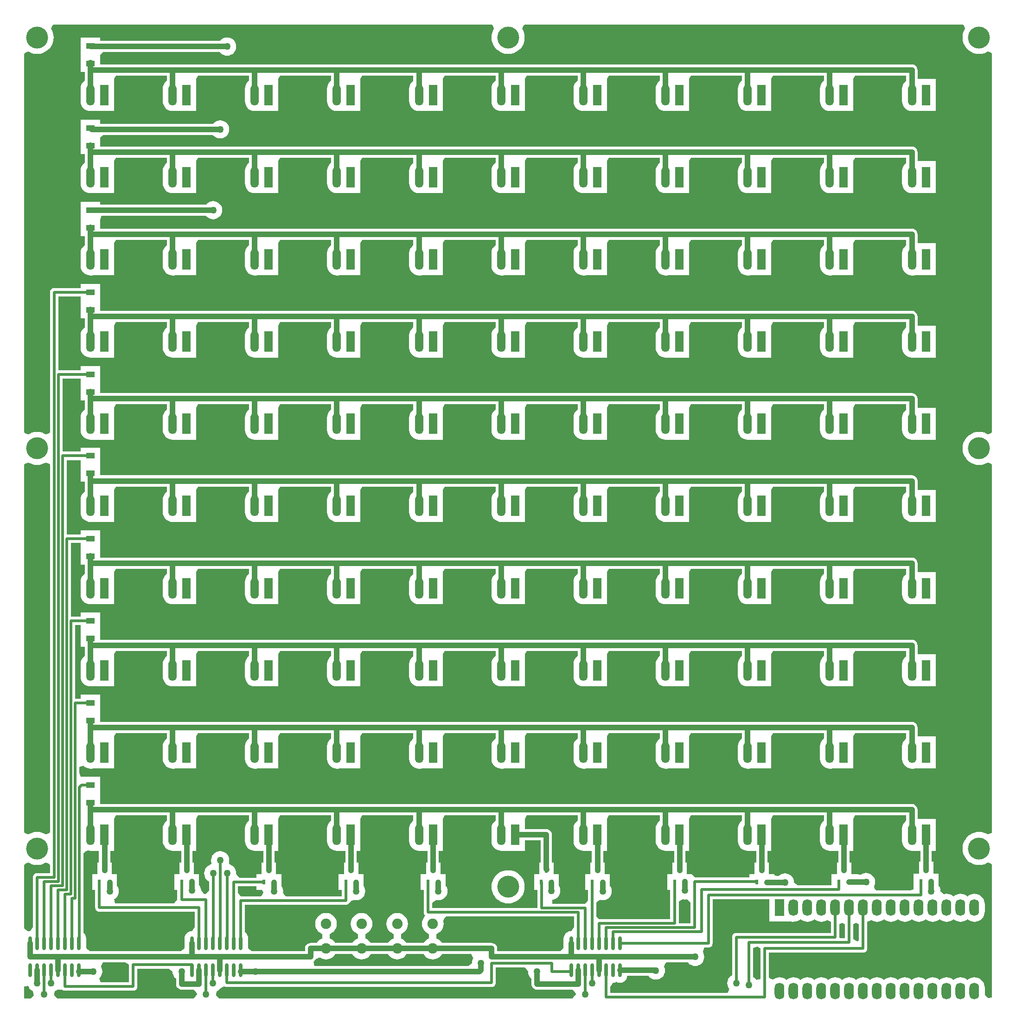
<source format=gtl>
G04 Layer_Physical_Order=1*
G04 Layer_Color=255*
%FSLAX25Y25*%
%MOIN*%
G70*
G01*
G75*
%ADD10O,0.02756X0.09843*%
%ADD11R,0.02362X0.03347*%
%ADD12R,0.05906X0.03937*%
%ADD13C,0.04000*%
%ADD14C,0.02000*%
%ADD15R,0.06000X0.15000*%
%ADD16O,0.06000X0.15000*%
%ADD17C,0.07500*%
%ADD18C,0.15748*%
%ADD19O,0.07000X0.12000*%
%ADD20R,0.07000X0.12000*%
%ADD21C,0.05000*%
G36*
X327654Y315539D02*
X328494Y313349D01*
X327970Y312494D01*
X327255Y310767D01*
X326819Y308950D01*
X326672Y307087D01*
X326819Y305223D01*
X327255Y303406D01*
X327970Y301679D01*
X328947Y300086D01*
X330160Y298664D01*
X331582Y297451D01*
X333175Y296474D01*
X334902Y295759D01*
X336719Y295322D01*
X338583Y295176D01*
X340446Y295322D01*
X342263Y295759D01*
X343990Y296474D01*
X344845Y296998D01*
X347035Y296158D01*
X347845Y295437D01*
Y23461D01*
X347035Y22740D01*
X344845Y21900D01*
X343990Y22424D01*
X342263Y23139D01*
X340446Y23575D01*
X338583Y23722D01*
X336719Y23575D01*
X334902Y23139D01*
X333175Y22424D01*
X331582Y21447D01*
X330160Y20233D01*
X328947Y18812D01*
X327970Y17218D01*
X327255Y15492D01*
X326819Y13674D01*
X326672Y11811D01*
X326819Y9948D01*
X327255Y8130D01*
X327970Y6404D01*
X328947Y4810D01*
X330160Y3389D01*
X331582Y2175D01*
X333175Y1199D01*
X334902Y483D01*
X336719Y47D01*
X338583Y-100D01*
X340446Y47D01*
X342263Y483D01*
X343990Y1199D01*
X344845Y1722D01*
X347035Y882D01*
X347845Y161D01*
Y-263941D01*
X347035Y-264662D01*
X344845Y-265502D01*
X343990Y-264978D01*
X342263Y-264263D01*
X340446Y-263826D01*
X338583Y-263680D01*
X336719Y-263826D01*
X334902Y-264263D01*
X333175Y-264978D01*
X331582Y-265955D01*
X330160Y-267168D01*
X328947Y-268590D01*
X327970Y-270183D01*
X327255Y-271910D01*
X326819Y-273727D01*
X326672Y-275590D01*
X326819Y-277454D01*
X327255Y-279271D01*
X327970Y-280998D01*
X328947Y-282592D01*
X330160Y-284013D01*
X331582Y-285226D01*
X333175Y-286203D01*
X334902Y-286918D01*
X336719Y-287355D01*
X338583Y-287501D01*
X340446Y-287355D01*
X342263Y-286918D01*
X343990Y-286203D01*
X344845Y-285679D01*
X347035Y-286519D01*
X347845Y-287241D01*
Y-382591D01*
X344845Y-382959D01*
X342736Y-380700D01*
Y-375700D01*
X342592Y-374230D01*
X342163Y-372816D01*
X341466Y-371513D01*
X340529Y-370371D01*
X339387Y-369434D01*
X338084Y-368737D01*
X336670Y-368308D01*
X335200Y-368164D01*
X333730Y-368308D01*
X332316Y-368737D01*
X331013Y-369434D01*
X330200Y-370101D01*
X329387Y-369434D01*
X328084Y-368737D01*
X326670Y-368308D01*
X325200Y-368164D01*
X323730Y-368308D01*
X322316Y-368737D01*
X321013Y-369434D01*
X320200Y-370101D01*
X319387Y-369434D01*
X318084Y-368737D01*
X316670Y-368308D01*
X315200Y-368164D01*
X313730Y-368308D01*
X312316Y-368737D01*
X311013Y-369434D01*
X310200Y-370101D01*
X309387Y-369434D01*
X308084Y-368737D01*
X306670Y-368308D01*
X305200Y-368164D01*
X303730Y-368308D01*
X302316Y-368737D01*
X301013Y-369434D01*
X300200Y-370101D01*
X299387Y-369434D01*
X298084Y-368737D01*
X296670Y-368308D01*
X295200Y-368164D01*
X293730Y-368308D01*
X292316Y-368737D01*
X291013Y-369434D01*
X290200Y-370101D01*
X289387Y-369434D01*
X288084Y-368737D01*
X286670Y-368308D01*
X285200Y-368164D01*
X283730Y-368308D01*
X282316Y-368737D01*
X281013Y-369434D01*
X280200Y-370101D01*
X279387Y-369434D01*
X278084Y-368737D01*
X276670Y-368308D01*
X275200Y-368164D01*
X273730Y-368308D01*
X272316Y-368737D01*
X271013Y-369434D01*
X270200Y-370101D01*
X269387Y-369434D01*
X268084Y-368737D01*
X266670Y-368308D01*
X265200Y-368164D01*
X263730Y-368308D01*
X262316Y-368737D01*
X261013Y-369434D01*
X260200Y-370101D01*
X259387Y-369434D01*
X258084Y-368737D01*
X256670Y-368308D01*
X255200Y-368164D01*
X253730Y-368308D01*
X252316Y-368737D01*
X251013Y-369434D01*
X250200Y-370101D01*
X249387Y-369434D01*
X248084Y-368737D01*
X246670Y-368308D01*
X245200Y-368164D01*
X243730Y-368308D01*
X242316Y-368737D01*
X241013Y-369434D01*
X240200Y-370101D01*
X239387Y-369434D01*
X238084Y-368737D01*
X236670Y-368308D01*
X235200Y-368164D01*
X233730Y-368308D01*
X232316Y-368737D01*
X231013Y-369434D01*
X230200Y-370101D01*
X229387Y-369434D01*
X228084Y-368737D01*
X226670Y-368308D01*
X225200Y-368164D01*
X223730Y-368308D01*
X222316Y-368737D01*
X221013Y-369434D01*
X220200Y-370101D01*
X219387Y-369434D01*
X218084Y-368737D01*
X216670Y-368308D01*
X215200Y-368164D01*
X213730Y-368308D01*
X212316Y-368737D01*
X211013Y-369434D01*
X210200Y-370101D01*
X209387Y-369434D01*
X208084Y-368737D01*
X206670Y-368308D01*
X205200Y-368164D01*
X203730Y-368308D01*
X202316Y-368737D01*
X201013Y-369434D01*
X200200Y-370101D01*
X199387Y-369434D01*
X198084Y-368737D01*
X196670Y-368308D01*
X195200Y-368164D01*
X193730Y-368308D01*
X192316Y-368737D01*
X191013Y-369434D01*
X190526Y-369834D01*
X188316Y-369130D01*
X187526Y-368500D01*
Y-350526D01*
X255200D01*
X255983Y-350423D01*
X256713Y-350120D01*
X257340Y-349640D01*
X257821Y-349013D01*
X258123Y-348283D01*
X258226Y-347500D01*
Y-328485D01*
X260946Y-326911D01*
X261013Y-326966D01*
X262316Y-327663D01*
X263730Y-328092D01*
X265200Y-328236D01*
X266670Y-328092D01*
X268084Y-327663D01*
X269387Y-326966D01*
X270200Y-326299D01*
X271013Y-326966D01*
X272316Y-327663D01*
X273730Y-328092D01*
X275200Y-328236D01*
X276670Y-328092D01*
X278084Y-327663D01*
X279387Y-326966D01*
X280200Y-326299D01*
X281013Y-326966D01*
X282316Y-327663D01*
X283730Y-328092D01*
X285200Y-328236D01*
X286670Y-328092D01*
X288084Y-327663D01*
X289387Y-326966D01*
X290200Y-326299D01*
X291013Y-326966D01*
X292316Y-327663D01*
X293730Y-328092D01*
X295200Y-328236D01*
X296670Y-328092D01*
X298084Y-327663D01*
X299387Y-326966D01*
X300200Y-326299D01*
X301013Y-326966D01*
X302316Y-327663D01*
X303730Y-328092D01*
X305200Y-328236D01*
X306670Y-328092D01*
X308084Y-327663D01*
X309387Y-326966D01*
X310200Y-326299D01*
X311013Y-326966D01*
X312316Y-327663D01*
X313730Y-328092D01*
X315200Y-328236D01*
X316670Y-328092D01*
X318084Y-327663D01*
X319387Y-326966D01*
X320200Y-326299D01*
X321013Y-326966D01*
X322316Y-327663D01*
X323730Y-328092D01*
X325200Y-328236D01*
X326670Y-328092D01*
X328084Y-327663D01*
X329387Y-326966D01*
X330200Y-326299D01*
X331013Y-326966D01*
X332316Y-327663D01*
X333730Y-328092D01*
X335200Y-328236D01*
X336670Y-328092D01*
X338084Y-327663D01*
X339387Y-326966D01*
X340529Y-326029D01*
X341466Y-324887D01*
X342163Y-323584D01*
X342592Y-322170D01*
X342736Y-320700D01*
Y-315700D01*
X342592Y-314230D01*
X342163Y-312816D01*
X341466Y-311513D01*
X340529Y-310371D01*
X339387Y-309434D01*
X338084Y-308737D01*
X336670Y-308309D01*
X335200Y-308164D01*
X333730Y-308309D01*
X332316Y-308737D01*
X331013Y-309434D01*
X330200Y-310101D01*
X329387Y-309434D01*
X328084Y-308737D01*
X326670Y-308309D01*
X325200Y-308164D01*
X323730Y-308309D01*
X322316Y-308737D01*
X321013Y-309434D01*
X320200Y-310101D01*
X319387Y-309434D01*
X318084Y-308737D01*
X316670Y-308309D01*
X315200Y-308164D01*
X313730Y-308309D01*
X313512Y-308375D01*
X313082Y-308251D01*
X310979Y-306606D01*
X310772Y-306276D01*
X310646Y-305001D01*
X310274Y-303776D01*
X309671Y-302647D01*
X309421Y-302343D01*
Y-293559D01*
X305681D01*
Y-285094D01*
X304535D01*
Y-277248D01*
X307275D01*
Y-254248D01*
X294310D01*
Y-247771D01*
X294172Y-246727D01*
X293769Y-245754D01*
X293128Y-244919D01*
X292293Y-244277D01*
X291319Y-243874D01*
X290275Y-243737D01*
X-293292D01*
Y-236665D01*
X-293292D01*
Y-236004D01*
X-293292D01*
Y-224067D01*
X-307197D01*
X-308274Y-221513D01*
Y-217211D01*
X-305274Y-216137D01*
X-305250Y-216167D01*
X-304184Y-217041D01*
X-302968Y-217691D01*
X-301648Y-218092D01*
X-300276Y-218227D01*
X-300263Y-218226D01*
X-297276Y-218193D01*
Y-218193D01*
X-283276D01*
Y-195193D01*
X-281929Y-192751D01*
X-245255D01*
Y-196449D01*
X-246195Y-197219D01*
X-247069Y-198285D01*
X-247719Y-199501D01*
X-248120Y-200821D01*
X-248255Y-202193D01*
Y-211193D01*
X-248120Y-212565D01*
X-247719Y-213885D01*
X-247069Y-215101D01*
X-246195Y-216167D01*
X-245129Y-217041D01*
X-243913Y-217691D01*
X-242593Y-218092D01*
X-241221Y-218227D01*
X-241208Y-218226D01*
X-238221Y-218193D01*
Y-218193D01*
X-224221D01*
Y-195193D01*
X-222874Y-192751D01*
X-186200D01*
Y-196449D01*
X-187140Y-197219D01*
X-188014Y-198285D01*
X-188664Y-199501D01*
X-189065Y-200821D01*
X-189200Y-202193D01*
Y-211193D01*
X-189065Y-212565D01*
X-188664Y-213885D01*
X-188014Y-215101D01*
X-187140Y-216167D01*
X-186074Y-217041D01*
X-184858Y-217691D01*
X-183538Y-218092D01*
X-182166Y-218227D01*
X-182152Y-218226D01*
X-179166Y-218193D01*
Y-218193D01*
X-165166D01*
Y-195193D01*
X-163819Y-192751D01*
X-127145D01*
Y-196448D01*
X-128084Y-197219D01*
X-128959Y-198285D01*
X-129609Y-199501D01*
X-130009Y-200821D01*
X-130145Y-202193D01*
Y-211193D01*
X-130009Y-212565D01*
X-129609Y-213885D01*
X-128959Y-215101D01*
X-128084Y-216167D01*
X-127018Y-217041D01*
X-125802Y-217691D01*
X-124483Y-218092D01*
X-123111Y-218227D01*
X-123097Y-218226D01*
X-120111Y-218193D01*
Y-218193D01*
X-106111D01*
Y-195193D01*
X-104764Y-192751D01*
X-68090D01*
Y-196449D01*
X-69029Y-197219D01*
X-69904Y-198285D01*
X-70554Y-199501D01*
X-70954Y-200821D01*
X-71090Y-202193D01*
Y-211193D01*
X-70954Y-212565D01*
X-70554Y-213885D01*
X-69904Y-215101D01*
X-69029Y-216167D01*
X-67963Y-217041D01*
X-66747Y-217691D01*
X-65428Y-218092D01*
X-64056Y-218227D01*
X-64042Y-218226D01*
X-61056Y-218193D01*
Y-218193D01*
X-47056D01*
Y-195193D01*
X-45709Y-192751D01*
X-9035D01*
Y-196448D01*
X-9974Y-197219D01*
X-10849Y-198285D01*
X-11499Y-199501D01*
X-11899Y-200821D01*
X-12034Y-202193D01*
Y-211193D01*
X-11899Y-212565D01*
X-11499Y-213885D01*
X-10849Y-215101D01*
X-9974Y-216167D01*
X-8908Y-217041D01*
X-7692Y-217691D01*
X-6373Y-218092D01*
X-5000Y-218227D01*
X-4987Y-218226D01*
X-2000Y-218193D01*
Y-218193D01*
X12000D01*
Y-195193D01*
X13346Y-192751D01*
X50020D01*
Y-196449D01*
X49081Y-197219D01*
X48206Y-198285D01*
X47556Y-199501D01*
X47156Y-200821D01*
X47021Y-202193D01*
Y-211193D01*
X47156Y-212565D01*
X47556Y-213885D01*
X48206Y-215101D01*
X49081Y-216167D01*
X50147Y-217041D01*
X51363Y-217691D01*
X52682Y-218092D01*
X54055Y-218227D01*
X54068Y-218226D01*
X57055Y-218193D01*
Y-218193D01*
X71055D01*
Y-195193D01*
X72401Y-192751D01*
X109076D01*
Y-196448D01*
X108136Y-197219D01*
X107262Y-198285D01*
X106612Y-199501D01*
X106211Y-200821D01*
X106076Y-202193D01*
Y-211193D01*
X106211Y-212565D01*
X106612Y-213885D01*
X107262Y-215101D01*
X108136Y-216167D01*
X109202Y-217041D01*
X110418Y-217691D01*
X111738Y-218092D01*
X113110Y-218227D01*
X113124Y-218226D01*
X116110Y-218193D01*
Y-218193D01*
X130110D01*
Y-195193D01*
X131457Y-192751D01*
X168131D01*
Y-196449D01*
X167191Y-197219D01*
X166317Y-198285D01*
X165667Y-199501D01*
X165266Y-200821D01*
X165131Y-202193D01*
Y-211193D01*
X165266Y-212565D01*
X165667Y-213885D01*
X166317Y-215101D01*
X167191Y-216167D01*
X168257Y-217041D01*
X169473Y-217691D01*
X170793Y-218092D01*
X172165Y-218227D01*
X172179Y-218226D01*
X175165Y-218193D01*
Y-218193D01*
X189165D01*
Y-195193D01*
X190512Y-192751D01*
X227186D01*
Y-196449D01*
X226247Y-197219D01*
X225372Y-198285D01*
X224722Y-199501D01*
X224322Y-200821D01*
X224186Y-202193D01*
Y-211193D01*
X224322Y-212565D01*
X224722Y-213885D01*
X225372Y-215101D01*
X226247Y-216167D01*
X227313Y-217041D01*
X228529Y-217691D01*
X229848Y-218092D01*
X231220Y-218227D01*
X231234Y-218226D01*
X234220Y-218193D01*
Y-218193D01*
X248220D01*
Y-195193D01*
X249567Y-192751D01*
X286241D01*
Y-196449D01*
X285302Y-197219D01*
X284427Y-198285D01*
X283777Y-199501D01*
X283377Y-200821D01*
X283242Y-202193D01*
Y-211193D01*
X283377Y-212565D01*
X283777Y-213885D01*
X284427Y-215101D01*
X285302Y-216167D01*
X286368Y-217041D01*
X287584Y-217691D01*
X288903Y-218092D01*
X290275Y-218227D01*
X290289Y-218226D01*
X293275Y-218193D01*
Y-218193D01*
X307275D01*
Y-195193D01*
X294310D01*
Y-188716D01*
X294172Y-187672D01*
X293769Y-186699D01*
X293128Y-185863D01*
X292293Y-185222D01*
X291319Y-184819D01*
X290275Y-184682D01*
X-293292D01*
Y-180004D01*
X-293292Y-177665D01*
X-293292Y-174665D01*
Y-165067D01*
X-307197D01*
Y-168009D01*
X-311274D01*
Y-115061D01*
X-307197D01*
X-307197Y-118004D01*
X-307197Y-121004D01*
Y-130602D01*
X-304311D01*
Y-137393D01*
X-305250Y-138164D01*
X-306125Y-139230D01*
X-306775Y-140446D01*
X-307175Y-141766D01*
X-307310Y-143138D01*
Y-152138D01*
X-307175Y-153510D01*
X-306775Y-154830D01*
X-306125Y-156046D01*
X-305250Y-157112D01*
X-304184Y-157986D01*
X-302968Y-158636D01*
X-301648Y-159037D01*
X-300276Y-159172D01*
X-300263Y-159170D01*
X-297276Y-159138D01*
Y-159138D01*
X-283276D01*
Y-136138D01*
X-281929Y-133696D01*
X-245255D01*
Y-137393D01*
X-246195Y-138164D01*
X-247069Y-139230D01*
X-247719Y-140446D01*
X-248120Y-141766D01*
X-248255Y-143138D01*
Y-152138D01*
X-248120Y-153510D01*
X-247719Y-154830D01*
X-247069Y-156046D01*
X-246195Y-157112D01*
X-245129Y-157986D01*
X-243913Y-158636D01*
X-242593Y-159037D01*
X-241221Y-159172D01*
X-241208Y-159170D01*
X-238221Y-159138D01*
Y-159138D01*
X-224221D01*
Y-136138D01*
X-222874Y-133696D01*
X-186200D01*
Y-137393D01*
X-187140Y-138164D01*
X-188014Y-139230D01*
X-188664Y-140446D01*
X-189065Y-141766D01*
X-189200Y-143138D01*
Y-152138D01*
X-189065Y-153510D01*
X-188664Y-154830D01*
X-188014Y-156046D01*
X-187140Y-157112D01*
X-186074Y-157986D01*
X-184858Y-158636D01*
X-183538Y-159037D01*
X-182166Y-159172D01*
X-182152Y-159170D01*
X-179166Y-159138D01*
Y-159138D01*
X-165166D01*
Y-136138D01*
X-163819Y-133696D01*
X-127145D01*
Y-137393D01*
X-128084Y-138164D01*
X-128959Y-139230D01*
X-129609Y-140446D01*
X-130009Y-141766D01*
X-130145Y-143138D01*
Y-152138D01*
X-130009Y-153510D01*
X-129609Y-154830D01*
X-128959Y-156046D01*
X-128084Y-157112D01*
X-127018Y-157986D01*
X-125802Y-158636D01*
X-124483Y-159037D01*
X-123111Y-159172D01*
X-123097Y-159170D01*
X-120111Y-159138D01*
Y-159138D01*
X-106111D01*
Y-136138D01*
X-104764Y-133696D01*
X-68090D01*
Y-137393D01*
X-69029Y-138164D01*
X-69904Y-139230D01*
X-70554Y-140446D01*
X-70954Y-141766D01*
X-71090Y-143138D01*
Y-152138D01*
X-70954Y-153510D01*
X-70554Y-154830D01*
X-69904Y-156046D01*
X-69029Y-157112D01*
X-67963Y-157986D01*
X-66747Y-158636D01*
X-65428Y-159037D01*
X-64056Y-159172D01*
X-64042Y-159170D01*
X-61056Y-159138D01*
Y-159138D01*
X-47056D01*
Y-136138D01*
X-45709Y-133696D01*
X-9035D01*
Y-137393D01*
X-9974Y-138164D01*
X-10849Y-139230D01*
X-11499Y-140446D01*
X-11899Y-141766D01*
X-12034Y-143138D01*
Y-152138D01*
X-11899Y-153510D01*
X-11499Y-154830D01*
X-10849Y-156046D01*
X-9974Y-157112D01*
X-8908Y-157986D01*
X-7692Y-158636D01*
X-6373Y-159037D01*
X-5000Y-159172D01*
X-4987Y-159170D01*
X-2000Y-159138D01*
Y-159138D01*
X12000D01*
Y-136138D01*
X13346Y-133696D01*
X50020D01*
Y-137393D01*
X49081Y-138164D01*
X48206Y-139230D01*
X47556Y-140446D01*
X47156Y-141766D01*
X47021Y-143138D01*
Y-152138D01*
X47156Y-153510D01*
X47556Y-154830D01*
X48206Y-156046D01*
X49081Y-157112D01*
X50147Y-157986D01*
X51363Y-158636D01*
X52682Y-159037D01*
X54055Y-159172D01*
X54068Y-159170D01*
X57055Y-159138D01*
Y-159138D01*
X71055D01*
Y-136138D01*
X72401Y-133696D01*
X109076D01*
Y-137393D01*
X108136Y-138164D01*
X107262Y-139230D01*
X106612Y-140446D01*
X106211Y-141766D01*
X106076Y-143138D01*
Y-152138D01*
X106211Y-153510D01*
X106612Y-154830D01*
X107262Y-156046D01*
X108136Y-157112D01*
X109202Y-157986D01*
X110418Y-158636D01*
X111738Y-159037D01*
X113110Y-159172D01*
X113124Y-159170D01*
X116110Y-159138D01*
Y-159138D01*
X130110D01*
Y-136138D01*
X131457Y-133696D01*
X168131D01*
Y-137393D01*
X167191Y-138164D01*
X166317Y-139230D01*
X165667Y-140446D01*
X165266Y-141766D01*
X165131Y-143138D01*
Y-152138D01*
X165266Y-153510D01*
X165667Y-154830D01*
X166317Y-156046D01*
X167191Y-157112D01*
X168257Y-157986D01*
X169473Y-158636D01*
X170793Y-159037D01*
X172165Y-159172D01*
X172179Y-159170D01*
X175165Y-159138D01*
Y-159138D01*
X189165D01*
Y-136138D01*
X190512Y-133696D01*
X227186D01*
Y-137393D01*
X226247Y-138164D01*
X225372Y-139230D01*
X224722Y-140446D01*
X224322Y-141766D01*
X224186Y-143138D01*
Y-152138D01*
X224322Y-153510D01*
X224722Y-154830D01*
X225372Y-156046D01*
X226247Y-157112D01*
X227313Y-157986D01*
X228529Y-158636D01*
X229848Y-159037D01*
X231220Y-159172D01*
X231234Y-159170D01*
X234220Y-159138D01*
Y-159138D01*
X248220D01*
Y-136138D01*
X249567Y-133696D01*
X286241D01*
Y-137393D01*
X285302Y-138164D01*
X284427Y-139230D01*
X283777Y-140446D01*
X283377Y-141766D01*
X283242Y-143138D01*
Y-152138D01*
X283377Y-153510D01*
X283777Y-154830D01*
X284427Y-156046D01*
X285302Y-157112D01*
X286368Y-157986D01*
X287584Y-158636D01*
X288903Y-159037D01*
X290275Y-159172D01*
X290289Y-159170D01*
X293275Y-159138D01*
Y-159138D01*
X307275D01*
Y-136138D01*
X294310D01*
Y-129661D01*
X294172Y-128617D01*
X293769Y-127644D01*
X293128Y-126808D01*
X292293Y-126167D01*
X291319Y-125764D01*
X290275Y-125627D01*
X-293292D01*
Y-121004D01*
X-293292Y-118665D01*
X-293292Y-115665D01*
Y-106067D01*
X-307197D01*
Y-109010D01*
X-314274D01*
Y-56061D01*
X-307197D01*
X-307197Y-59004D01*
X-307197Y-62004D01*
Y-71602D01*
X-304311D01*
Y-78338D01*
X-305250Y-79109D01*
X-306125Y-80175D01*
X-306775Y-81391D01*
X-307175Y-82710D01*
X-307310Y-84083D01*
Y-93083D01*
X-307175Y-94455D01*
X-306775Y-95774D01*
X-306125Y-96991D01*
X-305250Y-98056D01*
X-304184Y-98931D01*
X-302968Y-99581D01*
X-301648Y-99981D01*
X-300276Y-100117D01*
X-300263Y-100115D01*
X-297276Y-100083D01*
Y-100083D01*
X-283276D01*
Y-77083D01*
X-281929Y-74641D01*
X-245255D01*
Y-78338D01*
X-246195Y-79109D01*
X-247069Y-80175D01*
X-247719Y-81391D01*
X-248120Y-82710D01*
X-248255Y-84083D01*
Y-93083D01*
X-248120Y-94455D01*
X-247719Y-95774D01*
X-247069Y-96991D01*
X-246195Y-98056D01*
X-245129Y-98931D01*
X-243913Y-99581D01*
X-242593Y-99981D01*
X-241221Y-100117D01*
X-241208Y-100115D01*
X-238221Y-100083D01*
Y-100083D01*
X-224221D01*
Y-77083D01*
X-222874Y-74641D01*
X-186200D01*
Y-78338D01*
X-187140Y-79109D01*
X-188014Y-80175D01*
X-188664Y-81391D01*
X-189065Y-82710D01*
X-189200Y-84083D01*
Y-93083D01*
X-189065Y-94455D01*
X-188664Y-95774D01*
X-188014Y-96991D01*
X-187140Y-98056D01*
X-186074Y-98931D01*
X-184858Y-99581D01*
X-183538Y-99981D01*
X-182166Y-100117D01*
X-182152Y-100115D01*
X-179166Y-100083D01*
Y-100083D01*
X-165166D01*
Y-77083D01*
X-163819Y-74641D01*
X-127145D01*
Y-78338D01*
X-128084Y-79109D01*
X-128959Y-80175D01*
X-129609Y-81391D01*
X-130009Y-82710D01*
X-130145Y-84083D01*
Y-93083D01*
X-130009Y-94455D01*
X-129609Y-95774D01*
X-128959Y-96991D01*
X-128084Y-98056D01*
X-127018Y-98931D01*
X-125802Y-99581D01*
X-124483Y-99981D01*
X-123111Y-100117D01*
X-123097Y-100115D01*
X-120111Y-100083D01*
Y-100083D01*
X-106111D01*
Y-77083D01*
X-104764Y-74641D01*
X-68090D01*
Y-78338D01*
X-69029Y-79109D01*
X-69904Y-80175D01*
X-70554Y-81391D01*
X-70954Y-82710D01*
X-71090Y-84083D01*
Y-93083D01*
X-70954Y-94455D01*
X-70554Y-95774D01*
X-69904Y-96991D01*
X-69029Y-98056D01*
X-67963Y-98931D01*
X-66747Y-99581D01*
X-65428Y-99981D01*
X-64056Y-100117D01*
X-64042Y-100115D01*
X-61056Y-100083D01*
Y-100083D01*
X-47056D01*
Y-77083D01*
X-45709Y-74641D01*
X-9035D01*
Y-78338D01*
X-9974Y-79109D01*
X-10849Y-80175D01*
X-11499Y-81391D01*
X-11899Y-82710D01*
X-12034Y-84083D01*
Y-93083D01*
X-11899Y-94455D01*
X-11499Y-95774D01*
X-10849Y-96991D01*
X-9974Y-98056D01*
X-8908Y-98931D01*
X-7692Y-99581D01*
X-6373Y-99981D01*
X-5000Y-100117D01*
X-4987Y-100115D01*
X-2000Y-100083D01*
Y-100083D01*
X12000D01*
Y-77083D01*
X13346Y-74641D01*
X50020D01*
Y-78338D01*
X49081Y-79109D01*
X48206Y-80175D01*
X47556Y-81391D01*
X47156Y-82710D01*
X47021Y-84083D01*
Y-93083D01*
X47156Y-94455D01*
X47556Y-95774D01*
X48206Y-96991D01*
X49081Y-98056D01*
X50147Y-98931D01*
X51363Y-99581D01*
X52682Y-99981D01*
X54055Y-100117D01*
X54068Y-100115D01*
X57055Y-100083D01*
Y-100083D01*
X71055D01*
Y-77083D01*
X72401Y-74641D01*
X109076D01*
Y-78338D01*
X108136Y-79109D01*
X107262Y-80175D01*
X106612Y-81391D01*
X106211Y-82710D01*
X106076Y-84083D01*
Y-93083D01*
X106211Y-94455D01*
X106612Y-95774D01*
X107262Y-96991D01*
X108136Y-98056D01*
X109202Y-98931D01*
X110418Y-99581D01*
X111738Y-99981D01*
X113110Y-100117D01*
X113124Y-100115D01*
X116110Y-100083D01*
Y-100083D01*
X130110D01*
Y-77083D01*
X131457Y-74641D01*
X168131D01*
Y-78338D01*
X167191Y-79109D01*
X166317Y-80175D01*
X165667Y-81391D01*
X165266Y-82710D01*
X165131Y-84083D01*
Y-93083D01*
X165266Y-94455D01*
X165667Y-95774D01*
X166317Y-96991D01*
X167191Y-98056D01*
X168257Y-98931D01*
X169473Y-99581D01*
X170793Y-99981D01*
X172165Y-100117D01*
X172179Y-100115D01*
X175165Y-100083D01*
Y-100083D01*
X189165D01*
Y-77083D01*
X190512Y-74641D01*
X227186D01*
Y-78338D01*
X226247Y-79109D01*
X225372Y-80175D01*
X224722Y-81391D01*
X224322Y-82710D01*
X224186Y-84083D01*
Y-93083D01*
X224322Y-94455D01*
X224722Y-95774D01*
X225372Y-96991D01*
X226247Y-98056D01*
X227313Y-98931D01*
X228529Y-99581D01*
X229848Y-99981D01*
X231220Y-100117D01*
X231234Y-100115D01*
X234220Y-100083D01*
Y-100083D01*
X248220D01*
Y-77083D01*
X249567Y-74641D01*
X286241D01*
Y-78338D01*
X285302Y-79109D01*
X284427Y-80175D01*
X283777Y-81391D01*
X283377Y-82710D01*
X283242Y-84083D01*
Y-93083D01*
X283377Y-94455D01*
X283777Y-95774D01*
X284427Y-96991D01*
X285302Y-98056D01*
X286368Y-98931D01*
X287584Y-99581D01*
X288903Y-99981D01*
X290275Y-100117D01*
X290289Y-100115D01*
X293275Y-100083D01*
Y-100083D01*
X307275D01*
Y-77083D01*
X294310D01*
Y-70606D01*
X294172Y-69562D01*
X293769Y-68589D01*
X293128Y-67753D01*
X292293Y-67112D01*
X291319Y-66709D01*
X290275Y-66571D01*
X-293292D01*
Y-62004D01*
X-293292Y-59665D01*
X-293292Y-56665D01*
Y-47067D01*
X-307197D01*
Y-50010D01*
X-317274D01*
Y3439D01*
X-307197D01*
X-307197Y496D01*
X-307197Y-2504D01*
Y-12102D01*
X-304311D01*
Y-19283D01*
X-305250Y-20054D01*
X-306125Y-21120D01*
X-306775Y-22336D01*
X-307175Y-23655D01*
X-307310Y-25028D01*
Y-34028D01*
X-307175Y-35400D01*
X-306775Y-36719D01*
X-306125Y-37935D01*
X-305250Y-39001D01*
X-304184Y-39876D01*
X-302968Y-40526D01*
X-301648Y-40926D01*
X-300276Y-41061D01*
X-300263Y-41060D01*
X-297276Y-41028D01*
Y-41028D01*
X-283276D01*
Y-18028D01*
X-281929Y-15585D01*
X-245255D01*
Y-19283D01*
X-246195Y-20054D01*
X-247069Y-21120D01*
X-247719Y-22336D01*
X-248120Y-23655D01*
X-248255Y-25028D01*
Y-34028D01*
X-248120Y-35400D01*
X-247719Y-36719D01*
X-247069Y-37935D01*
X-246195Y-39001D01*
X-245129Y-39876D01*
X-243913Y-40526D01*
X-242593Y-40926D01*
X-241221Y-41061D01*
X-241208Y-41060D01*
X-238221Y-41028D01*
Y-41028D01*
X-224221D01*
Y-18028D01*
X-222874Y-15585D01*
X-186200D01*
Y-19283D01*
X-187140Y-20054D01*
X-188014Y-21120D01*
X-188664Y-22336D01*
X-189065Y-23655D01*
X-189200Y-25028D01*
Y-34028D01*
X-189065Y-35400D01*
X-188664Y-36719D01*
X-188014Y-37935D01*
X-187140Y-39001D01*
X-186074Y-39876D01*
X-184858Y-40526D01*
X-183538Y-40926D01*
X-182166Y-41061D01*
X-182152Y-41060D01*
X-179166Y-41028D01*
Y-41028D01*
X-165166D01*
Y-18028D01*
X-163819Y-15585D01*
X-127145D01*
Y-19283D01*
X-128084Y-20054D01*
X-128959Y-21120D01*
X-129609Y-22336D01*
X-130009Y-23655D01*
X-130145Y-25028D01*
Y-34028D01*
X-130009Y-35400D01*
X-129609Y-36719D01*
X-128959Y-37935D01*
X-128084Y-39001D01*
X-127018Y-39876D01*
X-125802Y-40526D01*
X-124483Y-40926D01*
X-123111Y-41061D01*
X-123097Y-41060D01*
X-120111Y-41028D01*
Y-41028D01*
X-106111D01*
Y-18028D01*
X-104764Y-15585D01*
X-68090D01*
Y-19283D01*
X-69029Y-20054D01*
X-69904Y-21120D01*
X-70554Y-22336D01*
X-70954Y-23655D01*
X-71090Y-25028D01*
Y-34028D01*
X-70954Y-35400D01*
X-70554Y-36719D01*
X-69904Y-37935D01*
X-69029Y-39001D01*
X-67963Y-39876D01*
X-66747Y-40526D01*
X-65428Y-40926D01*
X-64056Y-41061D01*
X-64042Y-41060D01*
X-61056Y-41028D01*
Y-41028D01*
X-47056D01*
Y-18028D01*
X-45709Y-15585D01*
X-9035D01*
Y-19283D01*
X-9974Y-20054D01*
X-10849Y-21120D01*
X-11499Y-22336D01*
X-11899Y-23655D01*
X-12034Y-25028D01*
Y-34028D01*
X-11899Y-35400D01*
X-11499Y-36719D01*
X-10849Y-37935D01*
X-9974Y-39001D01*
X-8908Y-39876D01*
X-7692Y-40526D01*
X-6373Y-40926D01*
X-5000Y-41061D01*
X-4987Y-41060D01*
X-2000Y-41028D01*
Y-41028D01*
X12000D01*
Y-18028D01*
X13346Y-15585D01*
X50020D01*
Y-19283D01*
X49081Y-20054D01*
X48206Y-21120D01*
X47556Y-22336D01*
X47156Y-23655D01*
X47021Y-25028D01*
Y-34028D01*
X47156Y-35400D01*
X47556Y-36719D01*
X48206Y-37935D01*
X49081Y-39001D01*
X50147Y-39876D01*
X51363Y-40526D01*
X52682Y-40926D01*
X54055Y-41061D01*
X54068Y-41060D01*
X57055Y-41028D01*
Y-41028D01*
X71055D01*
Y-18028D01*
X72401Y-15585D01*
X109076D01*
Y-19283D01*
X108136Y-20054D01*
X107262Y-21120D01*
X106612Y-22336D01*
X106211Y-23655D01*
X106076Y-25028D01*
Y-34028D01*
X106211Y-35400D01*
X106612Y-36719D01*
X107262Y-37935D01*
X108136Y-39001D01*
X109202Y-39876D01*
X110418Y-40526D01*
X111738Y-40926D01*
X113110Y-41061D01*
X113124Y-41060D01*
X116110Y-41028D01*
Y-41028D01*
X130110D01*
Y-18028D01*
X131457Y-15585D01*
X168131D01*
Y-19283D01*
X167191Y-20054D01*
X166317Y-21120D01*
X165667Y-22336D01*
X165266Y-23655D01*
X165131Y-25028D01*
Y-34028D01*
X165266Y-35400D01*
X165667Y-36719D01*
X166317Y-37935D01*
X167191Y-39001D01*
X168257Y-39876D01*
X169473Y-40526D01*
X170793Y-40926D01*
X172165Y-41061D01*
X172179Y-41060D01*
X175165Y-41028D01*
Y-41028D01*
X189165D01*
Y-18028D01*
X190512Y-15585D01*
X227186D01*
Y-19283D01*
X226247Y-20054D01*
X225372Y-21120D01*
X224722Y-22336D01*
X224322Y-23655D01*
X224186Y-25028D01*
Y-34028D01*
X224322Y-35400D01*
X224722Y-36719D01*
X225372Y-37935D01*
X226247Y-39001D01*
X227313Y-39876D01*
X228529Y-40526D01*
X229848Y-40926D01*
X231220Y-41061D01*
X231234Y-41060D01*
X234220Y-41028D01*
Y-41028D01*
X248220D01*
Y-18028D01*
X249567Y-15585D01*
X286241D01*
Y-19283D01*
X285302Y-20054D01*
X284427Y-21120D01*
X283777Y-22336D01*
X283377Y-23655D01*
X283242Y-25028D01*
Y-34028D01*
X283377Y-35400D01*
X283777Y-36719D01*
X284427Y-37935D01*
X285302Y-39001D01*
X286368Y-39876D01*
X287584Y-40526D01*
X288903Y-40926D01*
X290275Y-41061D01*
X290289Y-41060D01*
X293275Y-41028D01*
Y-41028D01*
X307275D01*
Y-18028D01*
X294310D01*
Y-11551D01*
X294172Y-10507D01*
X293769Y-9534D01*
X293128Y-8698D01*
X292293Y-8057D01*
X291319Y-7654D01*
X290275Y-7516D01*
X-293292D01*
Y-2504D01*
X-293292Y-165D01*
X-293292Y2835D01*
Y12433D01*
X-307197D01*
Y9490D01*
X-320274D01*
Y61939D01*
X-307197D01*
X-307197Y58996D01*
X-307197Y55996D01*
Y46398D01*
X-304311D01*
Y39772D01*
X-305250Y39001D01*
X-306125Y37935D01*
X-306775Y36719D01*
X-307175Y35400D01*
X-307310Y34028D01*
Y25028D01*
X-307175Y23655D01*
X-306775Y22336D01*
X-306125Y21120D01*
X-305250Y20054D01*
X-304184Y19179D01*
X-302968Y18529D01*
X-301648Y18129D01*
X-300276Y17994D01*
X-300263Y17995D01*
X-297276Y18027D01*
Y18028D01*
X-283276D01*
Y41028D01*
X-281929Y43470D01*
X-245255D01*
Y39772D01*
X-246195Y39001D01*
X-247069Y37935D01*
X-247719Y36719D01*
X-248120Y35400D01*
X-248255Y34028D01*
Y25028D01*
X-248120Y23655D01*
X-247719Y22336D01*
X-247069Y21120D01*
X-246195Y20054D01*
X-245129Y19179D01*
X-243913Y18529D01*
X-242593Y18129D01*
X-241221Y17994D01*
X-241208Y17995D01*
X-238221Y18027D01*
Y18028D01*
X-224221D01*
Y41028D01*
X-222874Y43470D01*
X-186200D01*
Y39772D01*
X-187140Y39001D01*
X-188014Y37935D01*
X-188664Y36719D01*
X-189065Y35400D01*
X-189200Y34028D01*
Y25028D01*
X-189065Y23655D01*
X-188664Y22336D01*
X-188014Y21120D01*
X-187140Y20054D01*
X-186074Y19179D01*
X-184858Y18529D01*
X-183538Y18129D01*
X-182166Y17994D01*
X-182152Y17995D01*
X-179166Y18027D01*
Y18028D01*
X-165166D01*
Y41028D01*
X-163819Y43470D01*
X-127145D01*
Y39772D01*
X-128084Y39001D01*
X-128959Y37935D01*
X-129609Y36719D01*
X-130009Y35400D01*
X-130145Y34028D01*
Y25028D01*
X-130009Y23655D01*
X-129609Y22336D01*
X-128959Y21120D01*
X-128084Y20054D01*
X-127018Y19179D01*
X-125802Y18529D01*
X-124483Y18129D01*
X-123111Y17994D01*
X-123097Y17995D01*
X-120111Y18027D01*
Y18028D01*
X-106111D01*
Y41028D01*
X-104764Y43470D01*
X-68090D01*
Y39772D01*
X-69029Y39001D01*
X-69904Y37935D01*
X-70554Y36719D01*
X-70954Y35400D01*
X-71090Y34028D01*
Y25028D01*
X-70954Y23655D01*
X-70554Y22336D01*
X-69904Y21120D01*
X-69029Y20054D01*
X-67963Y19179D01*
X-66747Y18529D01*
X-65428Y18129D01*
X-64056Y17994D01*
X-64042Y17995D01*
X-61056Y18027D01*
Y18028D01*
X-47056D01*
Y41028D01*
X-45709Y43470D01*
X-9035D01*
Y39772D01*
X-9974Y39001D01*
X-10849Y37935D01*
X-11499Y36719D01*
X-11899Y35400D01*
X-12034Y34028D01*
Y25028D01*
X-11899Y23655D01*
X-11499Y22336D01*
X-10849Y21120D01*
X-9974Y20054D01*
X-8908Y19179D01*
X-7692Y18529D01*
X-6373Y18129D01*
X-5000Y17994D01*
X-4987Y17995D01*
X-2000Y18027D01*
Y18028D01*
X12000D01*
Y41028D01*
X13346Y43470D01*
X50020D01*
Y39772D01*
X49081Y39001D01*
X48206Y37935D01*
X47556Y36719D01*
X47156Y35400D01*
X47021Y34028D01*
Y25028D01*
X47156Y23655D01*
X47556Y22336D01*
X48206Y21120D01*
X49081Y20054D01*
X50147Y19179D01*
X51363Y18529D01*
X52682Y18129D01*
X54055Y17994D01*
X54068Y17995D01*
X57055Y18027D01*
Y18028D01*
X71055D01*
Y41028D01*
X72401Y43470D01*
X109076D01*
Y39772D01*
X108136Y39001D01*
X107262Y37935D01*
X106612Y36719D01*
X106211Y35400D01*
X106076Y34028D01*
Y25028D01*
X106211Y23655D01*
X106612Y22336D01*
X107262Y21120D01*
X108136Y20054D01*
X109202Y19179D01*
X110418Y18529D01*
X111738Y18129D01*
X113110Y17994D01*
X113124Y17995D01*
X116110Y18027D01*
Y18028D01*
X130110D01*
Y41028D01*
X131457Y43470D01*
X168131D01*
Y39772D01*
X167191Y39001D01*
X166317Y37935D01*
X165667Y36719D01*
X165266Y35400D01*
X165131Y34028D01*
Y25028D01*
X165266Y23655D01*
X165667Y22336D01*
X166317Y21120D01*
X167191Y20054D01*
X168257Y19179D01*
X169473Y18529D01*
X170793Y18129D01*
X172165Y17994D01*
X172179Y17995D01*
X175165Y18027D01*
Y18028D01*
X189165D01*
Y41028D01*
X190512Y43470D01*
X227186D01*
Y39772D01*
X226247Y39001D01*
X225372Y37935D01*
X224722Y36719D01*
X224322Y35400D01*
X224186Y34028D01*
Y25028D01*
X224322Y23655D01*
X224722Y22336D01*
X225372Y21120D01*
X226247Y20054D01*
X227313Y19179D01*
X228529Y18529D01*
X229848Y18129D01*
X231220Y17994D01*
X231234Y17995D01*
X234220Y18027D01*
Y18028D01*
X248220D01*
Y41028D01*
X249567Y43470D01*
X286241D01*
Y39772D01*
X285302Y39001D01*
X284427Y37935D01*
X283777Y36719D01*
X283377Y35400D01*
X283242Y34028D01*
Y25028D01*
X283377Y23655D01*
X283777Y22336D01*
X284427Y21120D01*
X285302Y20054D01*
X286368Y19179D01*
X287584Y18529D01*
X288903Y18129D01*
X290275Y17994D01*
X290289Y17995D01*
X293275Y18027D01*
Y18028D01*
X307275D01*
Y41028D01*
X294310D01*
Y47504D01*
X294172Y48548D01*
X293769Y49521D01*
X293128Y50357D01*
X292293Y50998D01*
X291319Y51401D01*
X290275Y51539D01*
X-293292D01*
Y55996D01*
X-293292Y58335D01*
X-293292Y61335D01*
Y70933D01*
X-307197D01*
Y67990D01*
X-323274D01*
Y120939D01*
X-307197D01*
X-307197Y117996D01*
X-307197Y114996D01*
Y105398D01*
X-304311D01*
Y98827D01*
X-305250Y98056D01*
X-306125Y96991D01*
X-306775Y95774D01*
X-307175Y94455D01*
X-307310Y93083D01*
Y84083D01*
X-307175Y82710D01*
X-306775Y81391D01*
X-306125Y80175D01*
X-305250Y79109D01*
X-304184Y78234D01*
X-302968Y77584D01*
X-301648Y77184D01*
X-300276Y77049D01*
X-300263Y77050D01*
X-297276Y77083D01*
Y77083D01*
X-283276D01*
Y100083D01*
X-281929Y102525D01*
X-245255D01*
Y98827D01*
X-246195Y98056D01*
X-247069Y96991D01*
X-247719Y95774D01*
X-248120Y94455D01*
X-248255Y93083D01*
Y84083D01*
X-248120Y82710D01*
X-247719Y81391D01*
X-247069Y80175D01*
X-246195Y79109D01*
X-245129Y78234D01*
X-243913Y77584D01*
X-242593Y77184D01*
X-241221Y77049D01*
X-241208Y77050D01*
X-238221Y77083D01*
Y77083D01*
X-224221D01*
Y100083D01*
X-222874Y102525D01*
X-186200D01*
Y98827D01*
X-187140Y98056D01*
X-188014Y96991D01*
X-188664Y95774D01*
X-189065Y94455D01*
X-189200Y93083D01*
Y84083D01*
X-189065Y82710D01*
X-188664Y81391D01*
X-188014Y80175D01*
X-187140Y79109D01*
X-186074Y78234D01*
X-184858Y77584D01*
X-183538Y77184D01*
X-182166Y77049D01*
X-182152Y77050D01*
X-179166Y77083D01*
Y77083D01*
X-165166D01*
Y100083D01*
X-163819Y102525D01*
X-127145D01*
Y98827D01*
X-128084Y98056D01*
X-128959Y96991D01*
X-129609Y95774D01*
X-130009Y94455D01*
X-130145Y93083D01*
Y84083D01*
X-130009Y82710D01*
X-129609Y81391D01*
X-128959Y80175D01*
X-128084Y79109D01*
X-127018Y78234D01*
X-125802Y77584D01*
X-124483Y77184D01*
X-123111Y77049D01*
X-123097Y77050D01*
X-120111Y77083D01*
Y77083D01*
X-106111D01*
Y100083D01*
X-104764Y102525D01*
X-68090D01*
Y98827D01*
X-69029Y98056D01*
X-69904Y96991D01*
X-70554Y95774D01*
X-70954Y94455D01*
X-71090Y93083D01*
Y84083D01*
X-70954Y82710D01*
X-70554Y81391D01*
X-69904Y80175D01*
X-69029Y79109D01*
X-67963Y78234D01*
X-66747Y77584D01*
X-65428Y77184D01*
X-64056Y77049D01*
X-64042Y77050D01*
X-61056Y77083D01*
Y77083D01*
X-47056D01*
Y100083D01*
X-45709Y102525D01*
X-9035D01*
Y98827D01*
X-9974Y98056D01*
X-10849Y96991D01*
X-11499Y95774D01*
X-11899Y94455D01*
X-12034Y93083D01*
Y84083D01*
X-11899Y82710D01*
X-11499Y81391D01*
X-10849Y80175D01*
X-9974Y79109D01*
X-8908Y78234D01*
X-7692Y77584D01*
X-6373Y77184D01*
X-5000Y77049D01*
X-4987Y77050D01*
X-2000Y77083D01*
Y77083D01*
X12000D01*
Y100083D01*
X13346Y102525D01*
X50020D01*
Y98827D01*
X49081Y98056D01*
X48206Y96991D01*
X47556Y95774D01*
X47156Y94455D01*
X47021Y93083D01*
Y84083D01*
X47156Y82710D01*
X47556Y81391D01*
X48206Y80175D01*
X49081Y79109D01*
X50147Y78234D01*
X51363Y77584D01*
X52682Y77184D01*
X54055Y77049D01*
X54068Y77050D01*
X57055Y77083D01*
Y77083D01*
X71055D01*
Y100083D01*
X72401Y102525D01*
X109076D01*
Y98827D01*
X108136Y98056D01*
X107262Y96991D01*
X106612Y95774D01*
X106211Y94455D01*
X106076Y93083D01*
Y84083D01*
X106211Y82710D01*
X106612Y81391D01*
X107262Y80175D01*
X108136Y79109D01*
X109202Y78234D01*
X110418Y77584D01*
X111738Y77184D01*
X113110Y77049D01*
X113124Y77050D01*
X116110Y77083D01*
Y77083D01*
X130110D01*
Y100083D01*
X131457Y102525D01*
X168131D01*
Y98827D01*
X167191Y98056D01*
X166317Y96991D01*
X165667Y95774D01*
X165266Y94455D01*
X165131Y93083D01*
Y84083D01*
X165266Y82710D01*
X165667Y81391D01*
X166317Y80175D01*
X167191Y79109D01*
X168257Y78234D01*
X169473Y77584D01*
X170793Y77184D01*
X172165Y77049D01*
X172179Y77050D01*
X175165Y77083D01*
Y77083D01*
X189165D01*
Y100083D01*
X190512Y102525D01*
X227186D01*
Y98827D01*
X226247Y98056D01*
X225372Y96991D01*
X224722Y95774D01*
X224322Y94455D01*
X224186Y93083D01*
Y84083D01*
X224322Y82710D01*
X224722Y81391D01*
X225372Y80175D01*
X226247Y79109D01*
X227313Y78234D01*
X228529Y77584D01*
X229848Y77184D01*
X231220Y77049D01*
X231234Y77050D01*
X234220Y77083D01*
Y77083D01*
X248220D01*
Y100083D01*
X249567Y102525D01*
X286241D01*
Y98827D01*
X285302Y98056D01*
X284427Y96991D01*
X283777Y95774D01*
X283377Y94455D01*
X283242Y93083D01*
Y84083D01*
X283377Y82710D01*
X283777Y81391D01*
X284427Y80175D01*
X285302Y79109D01*
X286368Y78234D01*
X287584Y77584D01*
X288903Y77184D01*
X290275Y77049D01*
X290289Y77050D01*
X293275Y77083D01*
Y77083D01*
X307275D01*
Y100083D01*
X294310D01*
Y106559D01*
X294172Y107604D01*
X293769Y108577D01*
X293128Y109412D01*
X292293Y110053D01*
X291319Y110456D01*
X290275Y110594D01*
X-293292D01*
Y114996D01*
X-293292Y117335D01*
X-293292Y120335D01*
Y129933D01*
X-307197D01*
Y126990D01*
X-326300D01*
X-327083Y126887D01*
X-327813Y126585D01*
X-328440Y126104D01*
X-328921Y125478D01*
X-329223Y124748D01*
X-329326Y123965D01*
Y23466D01*
X-330126Y22750D01*
X-332326Y21903D01*
X-333175Y22424D01*
X-334902Y23139D01*
X-336719Y23575D01*
X-338583Y23722D01*
X-340446Y23575D01*
X-342263Y23139D01*
X-343990Y22424D01*
X-344845Y21900D01*
X-347035Y22740D01*
X-347845Y23461D01*
Y295437D01*
X-347035Y296158D01*
X-344845Y296998D01*
X-343990Y296474D01*
X-342263Y295759D01*
X-340446Y295322D01*
X-338583Y295176D01*
X-336719Y295322D01*
X-334902Y295759D01*
X-333175Y296474D01*
X-331582Y297451D01*
X-330160Y298664D01*
X-328947Y300086D01*
X-327970Y301679D01*
X-327255Y303406D01*
X-326819Y305223D01*
X-326672Y307087D01*
X-326819Y308950D01*
X-327255Y310767D01*
X-327970Y312494D01*
X-328494Y313349D01*
X-327654Y315539D01*
X-326933Y316349D01*
X-11650D01*
X-10929Y315539D01*
X-10089Y313349D01*
X-10612Y312494D01*
X-11328Y310767D01*
X-11764Y308950D01*
X-11911Y307087D01*
X-11764Y305223D01*
X-11328Y303406D01*
X-10612Y301679D01*
X-9636Y300086D01*
X-8422Y298664D01*
X-7001Y297451D01*
X-5407Y296474D01*
X-3681Y295759D01*
X-1863Y295322D01*
X0Y295176D01*
X1863Y295322D01*
X3681Y295759D01*
X5407Y296474D01*
X7001Y297451D01*
X8422Y298664D01*
X9636Y300086D01*
X10612Y301679D01*
X11328Y303406D01*
X11764Y305223D01*
X11911Y307087D01*
X11764Y308950D01*
X11328Y310767D01*
X10612Y312494D01*
X10089Y313349D01*
X10929Y315539D01*
X11650Y316349D01*
X326933D01*
X327654Y315539D01*
D02*
G37*
G36*
X-343990Y1199D02*
X-342263Y483D01*
X-340446Y47D01*
X-338583Y-100D01*
X-336719Y47D01*
X-334902Y483D01*
X-333175Y1199D01*
X-332326Y1719D01*
X-330126Y872D01*
X-329326Y156D01*
Y-263936D01*
X-330126Y-264652D01*
X-332326Y-265498D01*
X-333175Y-264978D01*
X-334902Y-264263D01*
X-336719Y-263826D01*
X-338583Y-263680D01*
X-340446Y-263826D01*
X-342263Y-264263D01*
X-343990Y-264978D01*
X-344845Y-265502D01*
X-347035Y-264662D01*
X-347845Y-263941D01*
Y161D01*
X-347035Y882D01*
X-344845Y1722D01*
X-343990Y1199D01*
D02*
G37*
G36*
X168131Y-255504D02*
X167191Y-256274D01*
X166317Y-257340D01*
X165667Y-258556D01*
X165266Y-259876D01*
X165131Y-261248D01*
Y-270248D01*
X165266Y-271620D01*
X165667Y-272940D01*
X166317Y-274156D01*
X167191Y-275222D01*
X168257Y-276097D01*
X169473Y-276747D01*
X170793Y-277147D01*
X172165Y-277282D01*
X172179Y-277281D01*
X175165Y-277248D01*
Y-277248D01*
X178355D01*
Y-285567D01*
X177209D01*
Y-294032D01*
X173468D01*
Y-296474D01*
X134000D01*
X132256Y-294032D01*
Y-294032D01*
X128516D01*
Y-285567D01*
X127369D01*
Y-277248D01*
X130110D01*
Y-254248D01*
X131457Y-251806D01*
X168131D01*
Y-255504D01*
D02*
G37*
G36*
X-186200D02*
X-187140Y-256274D01*
X-188014Y-257340D01*
X-188664Y-258556D01*
X-189065Y-259876D01*
X-189200Y-261248D01*
Y-270248D01*
X-189065Y-271620D01*
X-188664Y-272940D01*
X-188014Y-274156D01*
X-187140Y-275222D01*
X-186074Y-276097D01*
X-184858Y-276747D01*
X-183538Y-277147D01*
X-182166Y-277282D01*
X-182152Y-277281D01*
X-179166Y-277248D01*
Y-277248D01*
X-175976D01*
Y-285567D01*
X-177122D01*
Y-294032D01*
X-180862D01*
Y-296679D01*
X-193037D01*
X-193903Y-296034D01*
X-195486Y-293679D01*
X-195469Y-293500D01*
X-195594Y-292226D01*
X-195966Y-291001D01*
X-196569Y-289871D01*
X-197382Y-288882D01*
X-198371Y-288069D01*
X-198396Y-288056D01*
X-200690Y-286666D01*
X-200479Y-284104D01*
X-200469Y-284000D01*
X-200594Y-282726D01*
X-200966Y-281501D01*
X-201569Y-280371D01*
X-202382Y-279382D01*
X-203371Y-278569D01*
X-204501Y-277966D01*
X-205726Y-277594D01*
X-207000Y-277469D01*
X-208274Y-277594D01*
X-209500Y-277966D01*
X-210629Y-278569D01*
X-211618Y-279382D01*
X-212431Y-280371D01*
X-213034Y-281501D01*
X-213406Y-282726D01*
X-213531Y-284000D01*
X-213521Y-284104D01*
X-213310Y-286666D01*
X-215604Y-288056D01*
X-215629Y-288069D01*
X-216618Y-288882D01*
X-217431Y-289871D01*
X-218034Y-291001D01*
X-218406Y-292226D01*
X-218531Y-293500D01*
X-218406Y-294774D01*
X-218034Y-296000D01*
X-217431Y-297129D01*
X-216618Y-298118D01*
X-215629Y-298931D01*
X-215026Y-299253D01*
Y-305803D01*
X-217432Y-308330D01*
X-218637Y-308315D01*
X-220725Y-305760D01*
X-220850Y-304486D01*
X-221222Y-303260D01*
X-221826Y-302131D01*
X-222075Y-301827D01*
Y-294032D01*
X-225815D01*
Y-285567D01*
X-226962D01*
Y-277248D01*
X-224221D01*
Y-254248D01*
X-222874Y-251806D01*
X-186200D01*
Y-255504D01*
D02*
G37*
G36*
X227186D02*
X226247Y-256274D01*
X225372Y-257340D01*
X224722Y-258556D01*
X224322Y-259876D01*
X224186Y-261248D01*
Y-270248D01*
X224322Y-271620D01*
X224722Y-272940D01*
X225372Y-274156D01*
X226247Y-275222D01*
X227313Y-276097D01*
X228529Y-276747D01*
X229848Y-277147D01*
X231220Y-277282D01*
X231234Y-277281D01*
X234220Y-277248D01*
Y-277248D01*
X237411D01*
Y-285567D01*
X236264D01*
Y-294032D01*
X232524D01*
Y-301974D01*
X208175D01*
X205531Y-300000D01*
X205406Y-298726D01*
X205034Y-297500D01*
X204431Y-296371D01*
X203618Y-295382D01*
X202629Y-294569D01*
X201500Y-293966D01*
X200274Y-293594D01*
X199000Y-293469D01*
X197726Y-293594D01*
X196501Y-293966D01*
X195371Y-294569D01*
X194382Y-295382D01*
X194311Y-295468D01*
X191311Y-294960D01*
Y-294032D01*
X187571D01*
Y-285567D01*
X186424D01*
Y-277248D01*
X189165D01*
Y-254248D01*
X190512Y-251806D01*
X227186D01*
Y-255504D01*
D02*
G37*
G36*
X286241D02*
X285302Y-256274D01*
X284427Y-257340D01*
X283777Y-258556D01*
X283377Y-259876D01*
X283242Y-261248D01*
Y-270248D01*
X283377Y-271620D01*
X283777Y-272940D01*
X284427Y-274156D01*
X285302Y-275222D01*
X286368Y-276097D01*
X287584Y-276747D01*
X288903Y-277147D01*
X290275Y-277282D01*
X290289Y-277281D01*
X293275Y-277248D01*
Y-277248D01*
X296465D01*
Y-285094D01*
X295319D01*
Y-293559D01*
X291579D01*
Y-304906D01*
X288980Y-305874D01*
X264523D01*
X263504Y-304427D01*
X262974Y-302874D01*
X263334Y-302200D01*
X263706Y-300974D01*
X263831Y-299700D01*
X263706Y-298426D01*
X263334Y-297200D01*
X262731Y-296071D01*
X261918Y-295082D01*
X260929Y-294269D01*
X259800Y-293666D01*
X258574Y-293294D01*
X257300Y-293169D01*
X256026Y-293294D01*
X254801Y-293666D01*
X253671Y-294269D01*
X253366Y-294520D01*
X250366Y-294032D01*
Y-294032D01*
X246626D01*
Y-285567D01*
X245480D01*
Y-277248D01*
X248220D01*
Y-254248D01*
X249567Y-251806D01*
X286241D01*
Y-255504D01*
D02*
G37*
G36*
X-127145Y-255504D02*
X-128084Y-256274D01*
X-128959Y-257340D01*
X-129609Y-258556D01*
X-130009Y-259876D01*
X-130145Y-261248D01*
Y-270248D01*
X-130009Y-271620D01*
X-129609Y-272940D01*
X-128959Y-274156D01*
X-128084Y-275222D01*
X-127018Y-276097D01*
X-125802Y-276747D01*
X-124483Y-277147D01*
X-123111Y-277282D01*
X-123097Y-277281D01*
X-120111Y-277248D01*
Y-277248D01*
X-116920D01*
Y-285567D01*
X-118067D01*
Y-294032D01*
X-121807D01*
Y-305378D01*
X-119652D01*
Y-309974D01*
X-159501D01*
X-159633Y-309914D01*
X-161100Y-308299D01*
X-161740Y-306974D01*
X-161670Y-306260D01*
X-161795Y-304985D01*
X-162167Y-303760D01*
X-162770Y-302631D01*
X-163020Y-302327D01*
Y-294032D01*
X-166760D01*
Y-285567D01*
X-167907D01*
Y-277248D01*
X-165166D01*
Y-254248D01*
X-163819Y-251806D01*
X-127145D01*
Y-255504D01*
D02*
G37*
G36*
X-180862Y-305378D02*
X-177037D01*
X-175993Y-307114D01*
X-176315Y-308130D01*
X-177661Y-309974D01*
X-192177D01*
X-193930Y-307834D01*
X-194151Y-307323D01*
Y-302731D01*
X-180862D01*
Y-305378D01*
D02*
G37*
G36*
X109076Y-255504D02*
X108136Y-256274D01*
X107262Y-257340D01*
X106612Y-258556D01*
X106211Y-259876D01*
X106076Y-261248D01*
Y-270248D01*
X106211Y-271620D01*
X106612Y-272940D01*
X107262Y-274156D01*
X108136Y-275222D01*
X109202Y-276097D01*
X110418Y-276747D01*
X111738Y-277147D01*
X113110Y-277282D01*
X113124Y-277281D01*
X116110Y-277248D01*
Y-277248D01*
X119300D01*
Y-285567D01*
X118153D01*
Y-294032D01*
X114413D01*
Y-305378D01*
X116569D01*
Y-326474D01*
X65323D01*
X63569Y-324334D01*
X63349Y-323823D01*
Y-314535D01*
X64199Y-313658D01*
X66349Y-312545D01*
X66745Y-312666D01*
X68020Y-312791D01*
X69294Y-312666D01*
X70519Y-312294D01*
X71648Y-311690D01*
X72638Y-310878D01*
X73450Y-309888D01*
X74054Y-308759D01*
X74426Y-307534D01*
X74551Y-306260D01*
X74426Y-304985D01*
X74054Y-303760D01*
X73450Y-302631D01*
X73201Y-302327D01*
Y-294032D01*
X69460D01*
Y-285567D01*
X68314D01*
Y-277248D01*
X71055D01*
Y-254248D01*
X72401Y-251806D01*
X109076D01*
Y-255504D01*
D02*
G37*
G36*
X-9035Y-255503D02*
X-9974Y-256274D01*
X-10849Y-257340D01*
X-11499Y-258556D01*
X-11899Y-259876D01*
X-12034Y-261248D01*
Y-270248D01*
X-11899Y-271620D01*
X-11499Y-272940D01*
X-10849Y-274156D01*
X-9974Y-275222D01*
X-8908Y-276097D01*
X-7692Y-276747D01*
X-6373Y-277147D01*
X-5000Y-277282D01*
X-4987Y-277281D01*
X-2000Y-277248D01*
Y-277248D01*
X12000D01*
Y-269782D01*
X23465D01*
Y-285567D01*
X22378D01*
Y-294032D01*
X18638D01*
Y-305378D01*
X20974D01*
Y-318458D01*
X-54545D01*
Y-314651D01*
X-53968Y-313955D01*
X-51545Y-312611D01*
X-51365Y-312666D01*
X-50091Y-312791D01*
X-48816Y-312666D01*
X-47591Y-312294D01*
X-46462Y-311690D01*
X-45472Y-310878D01*
X-44660Y-309888D01*
X-44056Y-308759D01*
X-43685Y-307534D01*
X-43559Y-306260D01*
X-43685Y-304985D01*
X-44056Y-303760D01*
X-44660Y-302631D01*
X-44910Y-302327D01*
Y-294032D01*
X-48650D01*
Y-285567D01*
X-49797D01*
Y-277248D01*
X-47056D01*
Y-254248D01*
X-45709Y-251806D01*
X-9035D01*
Y-255503D01*
D02*
G37*
G36*
X-68090Y-255504D02*
X-69029Y-256274D01*
X-69904Y-257340D01*
X-70554Y-258556D01*
X-70954Y-259876D01*
X-71090Y-261248D01*
Y-270248D01*
X-70954Y-271620D01*
X-70554Y-272940D01*
X-69904Y-274156D01*
X-69029Y-275222D01*
X-67963Y-276097D01*
X-66747Y-276747D01*
X-65428Y-277147D01*
X-64056Y-277282D01*
X-64042Y-277281D01*
X-61056Y-277248D01*
Y-277248D01*
X-57866D01*
Y-285567D01*
X-59012D01*
Y-294032D01*
X-62752D01*
Y-305378D01*
X-60597D01*
Y-321484D01*
X-60494Y-322267D01*
X-60192Y-322997D01*
X-59711Y-323624D01*
X-60609Y-325398D01*
X-61329Y-326744D01*
X-61772Y-328205D01*
X-61921Y-329724D01*
X-61772Y-331244D01*
X-61329Y-332705D01*
X-60609Y-334051D01*
X-59640Y-335231D01*
X-58460Y-336199D01*
X-57114Y-336919D01*
X-56797Y-337015D01*
Y-340150D01*
X-57114Y-340246D01*
X-58460Y-340966D01*
X-59640Y-341934D01*
X-60609Y-343114D01*
X-60797Y-343465D01*
X-73062D01*
X-73249Y-343114D01*
X-74218Y-341934D01*
X-75398Y-340966D01*
X-76744Y-340246D01*
X-77061Y-340150D01*
Y-337015D01*
X-76744Y-336919D01*
X-75398Y-336199D01*
X-74218Y-335231D01*
X-73249Y-334051D01*
X-72530Y-332705D01*
X-72087Y-331244D01*
X-71937Y-329724D01*
X-72087Y-328205D01*
X-72530Y-326744D01*
X-73249Y-325398D01*
X-74218Y-324218D01*
X-75398Y-323249D01*
X-76744Y-322530D01*
X-78205Y-322087D01*
X-79724Y-321937D01*
X-81244Y-322087D01*
X-82705Y-322530D01*
X-84051Y-323249D01*
X-85231Y-324218D01*
X-86199Y-325398D01*
X-86919Y-326744D01*
X-87362Y-328205D01*
X-87512Y-329724D01*
X-87362Y-331244D01*
X-86919Y-332705D01*
X-86199Y-334051D01*
X-85231Y-335231D01*
X-84051Y-336199D01*
X-82705Y-336919D01*
X-82388Y-337015D01*
Y-340150D01*
X-82705Y-340246D01*
X-84051Y-340966D01*
X-85231Y-341934D01*
X-86199Y-343114D01*
X-86387Y-343465D01*
X-98652D01*
X-98840Y-343114D01*
X-99808Y-341934D01*
X-100988Y-340966D01*
X-102335Y-340246D01*
X-102652Y-340150D01*
Y-337015D01*
X-102335Y-336919D01*
X-100988Y-336199D01*
X-99808Y-335231D01*
X-98840Y-334051D01*
X-98120Y-332705D01*
X-97677Y-331244D01*
X-97527Y-329724D01*
X-97677Y-328205D01*
X-98120Y-326744D01*
X-98840Y-325398D01*
X-99808Y-324218D01*
X-100988Y-323249D01*
X-102335Y-322530D01*
X-103796Y-322087D01*
X-105315Y-321937D01*
X-106834Y-322087D01*
X-108295Y-322530D01*
X-109642Y-323249D01*
X-110822Y-324218D01*
X-111790Y-325398D01*
X-112510Y-326744D01*
X-112953Y-328205D01*
X-113102Y-329724D01*
X-112953Y-331244D01*
X-112510Y-332705D01*
X-111790Y-334051D01*
X-110822Y-335231D01*
X-109642Y-336199D01*
X-108295Y-336919D01*
X-107978Y-337015D01*
Y-340150D01*
X-108295Y-340246D01*
X-109642Y-340966D01*
X-110822Y-341934D01*
X-111790Y-343114D01*
X-111978Y-343465D01*
X-124243D01*
X-124430Y-343114D01*
X-125399Y-341934D01*
X-126579Y-340966D01*
X-127925Y-340246D01*
X-128242Y-340150D01*
Y-337015D01*
X-127925Y-336919D01*
X-126579Y-336199D01*
X-125399Y-335231D01*
X-124430Y-334051D01*
X-123711Y-332705D01*
X-123268Y-331244D01*
X-123118Y-329724D01*
X-123268Y-328205D01*
X-123711Y-326744D01*
X-124430Y-325398D01*
X-125399Y-324218D01*
X-126579Y-323249D01*
X-127925Y-322530D01*
X-129386Y-322087D01*
X-130905Y-321937D01*
X-132425Y-322087D01*
X-133886Y-322530D01*
X-135232Y-323249D01*
X-136412Y-324218D01*
X-137381Y-325398D01*
X-138100Y-326744D01*
X-138543Y-328205D01*
X-138693Y-329724D01*
X-138543Y-331244D01*
X-138100Y-332705D01*
X-137381Y-334051D01*
X-136412Y-335231D01*
X-135232Y-336199D01*
X-133886Y-336919D01*
X-133569Y-337015D01*
Y-340150D01*
X-133886Y-340246D01*
X-135232Y-340966D01*
X-136412Y-341934D01*
X-137381Y-343114D01*
X-137568Y-343465D01*
X-142000D01*
X-143044Y-343603D01*
X-144017Y-344006D01*
X-144853Y-344647D01*
X-145494Y-345483D01*
X-145897Y-346456D01*
X-146035Y-347500D01*
Y-349465D01*
X-184121D01*
X-186753Y-347398D01*
Y-340311D01*
X-186938Y-338907D01*
X-187479Y-337599D01*
X-188342Y-336475D01*
X-189151Y-335854D01*
Y-316026D01*
X-116626D01*
X-115843Y-315923D01*
X-115113Y-315620D01*
X-114487Y-315140D01*
X-114006Y-314513D01*
X-113979Y-314448D01*
X-112855Y-313411D01*
X-111214Y-312690D01*
X-110600Y-312611D01*
X-110420Y-312666D01*
X-109146Y-312791D01*
X-107872Y-312666D01*
X-106646Y-312294D01*
X-105517Y-311690D01*
X-104527Y-310878D01*
X-103715Y-309888D01*
X-103112Y-308759D01*
X-102740Y-307534D01*
X-102614Y-306260D01*
X-102740Y-304985D01*
X-103112Y-303760D01*
X-103715Y-302631D01*
X-103965Y-302327D01*
Y-294032D01*
X-107705D01*
Y-285567D01*
X-108852D01*
Y-277248D01*
X-106111D01*
Y-254248D01*
X-104764Y-251806D01*
X-68090D01*
Y-255504D01*
D02*
G37*
G36*
X-245255D02*
X-246195Y-256274D01*
X-247069Y-257340D01*
X-247719Y-258556D01*
X-248120Y-259876D01*
X-248255Y-261248D01*
Y-270248D01*
X-248120Y-271620D01*
X-247719Y-272940D01*
X-247069Y-274156D01*
X-246195Y-275222D01*
X-245129Y-276097D01*
X-243913Y-276747D01*
X-242593Y-277147D01*
X-241221Y-277282D01*
X-241208Y-277281D01*
X-238221Y-277248D01*
Y-277248D01*
X-235031D01*
Y-285567D01*
X-236177D01*
Y-294032D01*
X-239918D01*
Y-305378D01*
X-237762D01*
Y-312500D01*
X-239457Y-314477D01*
X-240206Y-314974D01*
X-282585D01*
X-283184Y-311974D01*
X-282683Y-311706D01*
X-281693Y-310894D01*
X-280881Y-309904D01*
X-280277Y-308775D01*
X-279905Y-307550D01*
X-279780Y-306276D01*
X-279905Y-305001D01*
X-280277Y-303776D01*
X-280881Y-302647D01*
X-281130Y-302343D01*
Y-294032D01*
X-284870D01*
Y-285567D01*
X-286017D01*
Y-277248D01*
X-283276D01*
Y-254248D01*
X-281929Y-251806D01*
X-245255D01*
Y-255504D01*
D02*
G37*
G36*
X50020D02*
X49081Y-256274D01*
X48206Y-257340D01*
X47556Y-258556D01*
X47156Y-259876D01*
X47021Y-261248D01*
Y-270248D01*
X47156Y-271620D01*
X47556Y-272940D01*
X48206Y-274156D01*
X49081Y-275222D01*
X50147Y-276097D01*
X51363Y-276747D01*
X52682Y-277147D01*
X54055Y-277282D01*
X54068Y-277281D01*
X57055Y-277248D01*
Y-277248D01*
X60245D01*
Y-285567D01*
X59098D01*
Y-294032D01*
X55358D01*
Y-305378D01*
X57297D01*
Y-312807D01*
X57076Y-313318D01*
X55323Y-315458D01*
X31891D01*
X31744Y-312458D01*
X32274Y-312406D01*
X33500Y-312034D01*
X34629Y-311431D01*
X35618Y-310618D01*
X36431Y-309629D01*
X37034Y-308500D01*
X37406Y-307274D01*
X37532Y-306000D01*
X37406Y-304726D01*
X37034Y-303501D01*
X36480Y-302464D01*
Y-294032D01*
X32740D01*
Y-285567D01*
X31534D01*
Y-265748D01*
X31397Y-264704D01*
X30994Y-263731D01*
X30353Y-262895D01*
X29517Y-262254D01*
X28544Y-261851D01*
X27500Y-261714D01*
X12000D01*
Y-254248D01*
X13346Y-251806D01*
X50020D01*
Y-255504D01*
D02*
G37*
G36*
X125801Y-312166D02*
X127075Y-312291D01*
X127974Y-312203D01*
X128636Y-312392D01*
X130783Y-314081D01*
X130974Y-314441D01*
Y-329474D01*
X122620D01*
Y-314151D01*
X123197Y-313455D01*
X125620Y-312111D01*
X125801Y-312166D01*
D02*
G37*
G36*
X-343990Y-286203D02*
X-342263Y-286918D01*
X-340446Y-287355D01*
X-338583Y-287501D01*
X-336719Y-287355D01*
X-334902Y-286918D01*
X-333175Y-286203D01*
X-332326Y-285683D01*
X-330126Y-286529D01*
X-329326Y-287245D01*
Y-293374D01*
X-338677D01*
X-339460Y-293477D01*
X-340190Y-293779D01*
X-340817Y-294260D01*
X-341298Y-294887D01*
X-341600Y-295617D01*
X-341703Y-296400D01*
Y-332200D01*
X-343677Y-334887D01*
X-344845Y-335040D01*
X-345185Y-334999D01*
X-347830Y-333159D01*
X-347845Y-333134D01*
Y-287241D01*
X-347035Y-286519D01*
X-344845Y-285679D01*
X-343990Y-286203D01*
D02*
G37*
G36*
X242174Y-330164D02*
Y-339974D01*
X238817D01*
X238226Y-339300D01*
Y-330164D01*
X240200Y-329024D01*
X242174Y-330164D01*
D02*
G37*
G36*
X252174D02*
Y-341738D01*
X251226Y-342301D01*
X248226Y-340592D01*
Y-330164D01*
X250200Y-329024D01*
X252174Y-330164D01*
D02*
G37*
G36*
X47297Y-332200D02*
X45323Y-334887D01*
X43919Y-335071D01*
X42611Y-335613D01*
X41487Y-336475D01*
X40625Y-337599D01*
X40083Y-338907D01*
X39898Y-340311D01*
Y-347398D01*
X37266Y-349465D01*
X-7777D01*
Y-347500D01*
X-7914Y-346456D01*
X-8317Y-345483D01*
X-8958Y-344647D01*
X-9794Y-344006D01*
X-10767Y-343603D01*
X-11811Y-343465D01*
X-47471D01*
X-47659Y-343114D01*
X-48627Y-341934D01*
X-49807Y-340966D01*
X-51154Y-340246D01*
X-51470Y-340150D01*
Y-337015D01*
X-51154Y-336919D01*
X-49807Y-336199D01*
X-48627Y-335231D01*
X-47659Y-334051D01*
X-46939Y-332705D01*
X-46496Y-331244D01*
X-46346Y-329724D01*
X-46496Y-328205D01*
X-46707Y-327510D01*
X-45667Y-325456D01*
X-44732Y-324510D01*
X47297D01*
Y-332200D01*
D02*
G37*
G36*
X-301648Y-277147D02*
X-300276Y-277282D01*
X-300263Y-277281D01*
X-297276Y-277248D01*
Y-277248D01*
X-294086D01*
Y-285567D01*
X-295233D01*
Y-294032D01*
X-298973D01*
Y-305378D01*
X-296817D01*
Y-318000D01*
X-296714Y-318783D01*
X-296412Y-319513D01*
X-295931Y-320140D01*
X-295305Y-320620D01*
X-294575Y-320923D01*
X-293792Y-321026D01*
X-225203D01*
Y-332200D01*
X-227177Y-334887D01*
X-228581Y-335071D01*
X-229889Y-335613D01*
X-231013Y-336475D01*
X-231875Y-337599D01*
X-232417Y-338907D01*
X-232601Y-340311D01*
Y-347398D01*
X-235234Y-349465D01*
X-300621D01*
X-303253Y-347398D01*
Y-340311D01*
X-303438Y-338907D01*
X-303980Y-337599D01*
X-304842Y-336475D01*
X-305274Y-336143D01*
Y-278916D01*
X-304207Y-277912D01*
X-302274Y-276957D01*
X-301648Y-277147D01*
D02*
G37*
G36*
X-25196Y-353886D02*
X-25018Y-354535D01*
X-25534Y-355501D01*
X-25906Y-356726D01*
X-26032Y-358000D01*
X-28679Y-359965D01*
X-98549D01*
X-98803Y-359999D01*
X-103953D01*
X-104207Y-359965D01*
X-104207Y-359965D01*
X-116265D01*
X-116519Y-359999D01*
X-121670D01*
X-121924Y-359965D01*
X-121924Y-359965D01*
X-139317D01*
X-139962Y-357085D01*
X-139946Y-356965D01*
X-139147Y-356353D01*
X-138506Y-355517D01*
X-138364Y-355175D01*
X-135794Y-354039D01*
X-135586Y-353994D01*
X-135010Y-354035D01*
X-133886Y-354636D01*
X-132425Y-355079D01*
X-130905Y-355228D01*
X-129386Y-355079D01*
X-127925Y-354636D01*
X-126579Y-353916D01*
X-125399Y-352947D01*
X-124430Y-351767D01*
X-124306Y-351535D01*
X-111915D01*
X-111790Y-351767D01*
X-110822Y-352947D01*
X-109642Y-353916D01*
X-108295Y-354636D01*
X-106834Y-355079D01*
X-105315Y-355228D01*
X-103796Y-355079D01*
X-102335Y-354636D01*
X-100988Y-353916D01*
X-99808Y-352947D01*
X-98840Y-351767D01*
X-98715Y-351535D01*
X-86324D01*
X-86199Y-351767D01*
X-85231Y-352947D01*
X-84051Y-353916D01*
X-82705Y-354636D01*
X-81244Y-355079D01*
X-79724Y-355228D01*
X-78205Y-355079D01*
X-76744Y-354636D01*
X-75398Y-353916D01*
X-74218Y-352947D01*
X-73249Y-351767D01*
X-73125Y-351535D01*
X-60733D01*
X-60609Y-351767D01*
X-59640Y-352947D01*
X-58460Y-353916D01*
X-57114Y-354636D01*
X-55653Y-355079D01*
X-54134Y-355228D01*
X-52615Y-355079D01*
X-51154Y-354636D01*
X-49807Y-353916D01*
X-48627Y-352947D01*
X-47659Y-351767D01*
X-47534Y-351535D01*
X-26484D01*
X-25196Y-353886D01*
D02*
G37*
G36*
X187700Y-328200D02*
X202700D01*
Y-328200D01*
X205200Y-328236D01*
X205695Y-328188D01*
X206670Y-328092D01*
X208084Y-327663D01*
X209387Y-326966D01*
X210200Y-326299D01*
X211013Y-326966D01*
X212316Y-327663D01*
X213730Y-328092D01*
X215200Y-328236D01*
X216670Y-328092D01*
X218084Y-327663D01*
X219387Y-326966D01*
X220200Y-326299D01*
X221013Y-326966D01*
X222316Y-327663D01*
X223730Y-328092D01*
X225200Y-328236D01*
X226670Y-328092D01*
X228084Y-327663D01*
X229387Y-326966D01*
X229454Y-326911D01*
X232174Y-328485D01*
Y-336274D01*
X164000D01*
X163217Y-336377D01*
X162487Y-336680D01*
X161860Y-337160D01*
X161380Y-337787D01*
X161077Y-338517D01*
X160974Y-339300D01*
Y-366570D01*
X160371Y-366892D01*
X159382Y-367704D01*
X158569Y-368694D01*
X157966Y-369823D01*
X157594Y-371049D01*
X157469Y-372323D01*
X157594Y-373597D01*
X157966Y-374822D01*
X158569Y-375952D01*
X158998Y-376474D01*
X158561Y-378207D01*
X157739Y-379474D01*
X73526D01*
Y-374902D01*
X75323Y-372113D01*
X76727Y-371929D01*
X77823Y-371475D01*
X78919Y-371929D01*
X80323Y-372113D01*
X81727Y-371929D01*
X83035Y-371387D01*
X84158Y-370525D01*
X85021Y-369401D01*
X85562Y-368093D01*
X85682Y-367180D01*
X100976D01*
X101582Y-367918D01*
X102571Y-368731D01*
X103700Y-369334D01*
X104926Y-369706D01*
X106200Y-369831D01*
X107474Y-369706D01*
X108700Y-369334D01*
X109829Y-368731D01*
X110818Y-367918D01*
X111631Y-366929D01*
X112234Y-365799D01*
X112606Y-364574D01*
X112731Y-363300D01*
X112606Y-362026D01*
X112234Y-360801D01*
X112092Y-360535D01*
X113116Y-358180D01*
X113758Y-357535D01*
X129402D01*
X129882Y-358118D01*
X130871Y-358931D01*
X132001Y-359534D01*
X133226Y-359906D01*
X134500Y-360031D01*
X135774Y-359906D01*
X136999Y-359534D01*
X138129Y-358931D01*
X139118Y-358118D01*
X139931Y-357129D01*
X140534Y-355999D01*
X140906Y-354774D01*
X141031Y-353500D01*
X140906Y-352226D01*
X140534Y-351000D01*
X139931Y-349871D01*
X141254Y-346880D01*
X144000D01*
X144783Y-346777D01*
X145513Y-346475D01*
X146140Y-345994D01*
X146621Y-345367D01*
X146923Y-344637D01*
X147026Y-343854D01*
Y-311926D01*
X187700D01*
Y-328200D01*
D02*
G37*
G36*
X181474Y-347500D02*
Y-369401D01*
X178474Y-370152D01*
X178431Y-370071D01*
X177618Y-369082D01*
X176629Y-368269D01*
X176026Y-367947D01*
Y-347030D01*
X179026Y-346163D01*
X181474Y-347500D01*
D02*
G37*
G36*
X-272526Y-359000D02*
Y-371797D01*
X-292801D01*
X-293776Y-368797D01*
X-293559Y-368618D01*
X-292746Y-367629D01*
X-292143Y-366499D01*
X-291771Y-365274D01*
X-291646Y-364000D01*
X-291771Y-362726D01*
X-292143Y-361501D01*
X-292659Y-360535D01*
X-292481Y-359886D01*
X-291194Y-357535D01*
X-275229D01*
X-272526Y-359000D01*
D02*
G37*
G36*
X12511Y-361489D02*
X14291Y-364000D01*
X14417Y-365274D01*
X14789Y-366499D01*
X15392Y-367629D01*
X16204Y-368618D01*
X16788Y-369098D01*
Y-373000D01*
X16926Y-374044D01*
X17329Y-375017D01*
X17970Y-375853D01*
X18806Y-376494D01*
X19779Y-376897D01*
X20823Y-377034D01*
X46393D01*
X47427Y-377899D01*
X48805Y-380034D01*
X48768Y-380400D01*
X46911Y-382875D01*
X46246Y-383278D01*
X-207595D01*
X-209811Y-380980D01*
X-209757Y-379918D01*
X-209240Y-378123D01*
X-208548Y-377753D01*
X-207559Y-376941D01*
X-206747Y-375952D01*
X-206731Y-375922D01*
X-206255Y-375571D01*
X-204347Y-374864D01*
X-203030Y-374894D01*
X-202960Y-374923D01*
X-202177Y-375026D01*
X-11811D01*
X-11028Y-374923D01*
X-10298Y-374621D01*
X-9671Y-374140D01*
X-9190Y-373513D01*
X-8888Y-372783D01*
X-8785Y-372000D01*
Y-361026D01*
X11797D01*
X12511Y-361489D01*
D02*
G37*
G36*
X-241209Y-364000D02*
X-241083Y-365274D01*
X-240711Y-366499D01*
X-240108Y-367629D01*
X-239296Y-368618D01*
X-238712Y-369098D01*
Y-373000D01*
X-238574Y-374044D01*
X-238171Y-375017D01*
X-237530Y-375853D01*
X-236694Y-376494D01*
X-235721Y-376897D01*
X-234677Y-377034D01*
X-226027D01*
X-224980Y-377982D01*
X-223686Y-380034D01*
X-223731Y-380500D01*
X-225670Y-382933D01*
X-226285Y-383278D01*
X-324095D01*
X-326311Y-380980D01*
X-326257Y-379918D01*
X-325740Y-378123D01*
X-325048Y-377753D01*
X-324234Y-377085D01*
X-323796Y-376897D01*
X-321037Y-376958D01*
X-320511Y-377197D01*
X-320190Y-377443D01*
X-319460Y-377746D01*
X-318677Y-377849D01*
X-269500D01*
X-268717Y-377746D01*
X-267987Y-377443D01*
X-267360Y-376962D01*
X-266880Y-376336D01*
X-266577Y-375606D01*
X-266474Y-374823D01*
Y-362026D01*
X-243852D01*
X-241209Y-364000D01*
D02*
G37*
G36*
X-344711Y-374822D02*
X-344108Y-375952D01*
X-343296Y-376941D01*
X-342306Y-377753D01*
X-341638Y-378111D01*
X-341113Y-379978D01*
X-341073Y-380987D01*
X-343298Y-383278D01*
X-347845D01*
Y-374828D01*
X-344845Y-374383D01*
X-344711Y-374822D01*
D02*
G37*
%LPC*%
G36*
X-202000Y307031D02*
X-203274Y306906D01*
X-204500Y306534D01*
X-205629Y305931D01*
X-206618Y305118D01*
X-207098Y304535D01*
X-293292D01*
Y306933D01*
X-307197D01*
Y297335D01*
X-307197Y294996D01*
X-307197Y291996D01*
Y282398D01*
X-304311D01*
Y275992D01*
X-305250Y275222D01*
X-306125Y274156D01*
X-306775Y272940D01*
X-307175Y271620D01*
X-307310Y270248D01*
Y261248D01*
X-307175Y259876D01*
X-306775Y258556D01*
X-306125Y257340D01*
X-305250Y256274D01*
X-304184Y255400D01*
X-302968Y254750D01*
X-301648Y254349D01*
X-300276Y254214D01*
X-300263Y254216D01*
X-297276Y254248D01*
Y254248D01*
X-283276D01*
Y277248D01*
X-281929Y279690D01*
X-245255D01*
Y275992D01*
X-246195Y275222D01*
X-247069Y274156D01*
X-247719Y272940D01*
X-248120Y271620D01*
X-248255Y270248D01*
Y261248D01*
X-248120Y259876D01*
X-247719Y258556D01*
X-247069Y257340D01*
X-246195Y256274D01*
X-245129Y255400D01*
X-243913Y254750D01*
X-242593Y254349D01*
X-241221Y254214D01*
X-241208Y254216D01*
X-238221Y254248D01*
Y254248D01*
X-224221D01*
Y277248D01*
X-222874Y279690D01*
X-186200D01*
Y275992D01*
X-187140Y275222D01*
X-188014Y274156D01*
X-188664Y272940D01*
X-189065Y271620D01*
X-189200Y270248D01*
Y261248D01*
X-189065Y259876D01*
X-188664Y258556D01*
X-188014Y257340D01*
X-187140Y256274D01*
X-186074Y255400D01*
X-184858Y254750D01*
X-183538Y254349D01*
X-182166Y254214D01*
X-182152Y254216D01*
X-179166Y254248D01*
Y254248D01*
X-165166D01*
Y277248D01*
X-163819Y279690D01*
X-127145D01*
Y275992D01*
X-128084Y275222D01*
X-128959Y274156D01*
X-129609Y272940D01*
X-130009Y271620D01*
X-130145Y270248D01*
Y261248D01*
X-130009Y259876D01*
X-129609Y258556D01*
X-128959Y257340D01*
X-128084Y256274D01*
X-127018Y255400D01*
X-125802Y254750D01*
X-124483Y254349D01*
X-123111Y254214D01*
X-123097Y254216D01*
X-120111Y254248D01*
Y254248D01*
X-106111D01*
Y277248D01*
X-104764Y279690D01*
X-68090D01*
Y275992D01*
X-69029Y275222D01*
X-69904Y274156D01*
X-70554Y272940D01*
X-70954Y271620D01*
X-71090Y270248D01*
Y261248D01*
X-70954Y259876D01*
X-70554Y258556D01*
X-69904Y257340D01*
X-69029Y256274D01*
X-67963Y255400D01*
X-66747Y254750D01*
X-65428Y254349D01*
X-64056Y254214D01*
X-64042Y254216D01*
X-61056Y254248D01*
Y254248D01*
X-47056D01*
Y277248D01*
X-45709Y279690D01*
X-9035D01*
Y275993D01*
X-9974Y275222D01*
X-10849Y274156D01*
X-11499Y272940D01*
X-11899Y271620D01*
X-12034Y270248D01*
Y261248D01*
X-11899Y259876D01*
X-11499Y258556D01*
X-10849Y257340D01*
X-9974Y256274D01*
X-8908Y255400D01*
X-7692Y254750D01*
X-6373Y254349D01*
X-5000Y254214D01*
X-4987Y254216D01*
X-2000Y254248D01*
Y254248D01*
X12000D01*
Y277248D01*
X13346Y279690D01*
X50020D01*
Y275992D01*
X49081Y275222D01*
X48206Y274156D01*
X47556Y272940D01*
X47156Y271620D01*
X47021Y270248D01*
Y261248D01*
X47156Y259876D01*
X47556Y258556D01*
X48206Y257340D01*
X49081Y256274D01*
X50147Y255400D01*
X51363Y254750D01*
X52682Y254349D01*
X54055Y254214D01*
X54068Y254216D01*
X57055Y254248D01*
Y254248D01*
X71055D01*
Y277248D01*
X72401Y279690D01*
X109076D01*
Y275992D01*
X108136Y275222D01*
X107262Y274156D01*
X106612Y272940D01*
X106211Y271620D01*
X106076Y270248D01*
Y261248D01*
X106211Y259876D01*
X106612Y258556D01*
X107262Y257340D01*
X108136Y256274D01*
X109202Y255400D01*
X110418Y254750D01*
X111738Y254349D01*
X113110Y254214D01*
X113124Y254216D01*
X116110Y254248D01*
Y254248D01*
X130110D01*
Y277248D01*
X131457Y279690D01*
X168131D01*
Y275992D01*
X167191Y275222D01*
X166317Y274156D01*
X165667Y272940D01*
X165266Y271620D01*
X165131Y270248D01*
Y261248D01*
X165266Y259876D01*
X165667Y258556D01*
X166317Y257340D01*
X167191Y256274D01*
X168257Y255400D01*
X169473Y254750D01*
X170793Y254349D01*
X172165Y254214D01*
X172179Y254216D01*
X175165Y254248D01*
Y254248D01*
X189165D01*
Y277248D01*
X190512Y279690D01*
X227186D01*
Y275992D01*
X226247Y275222D01*
X225372Y274156D01*
X224722Y272940D01*
X224322Y271620D01*
X224186Y270248D01*
Y261248D01*
X224322Y259876D01*
X224722Y258556D01*
X225372Y257340D01*
X226247Y256274D01*
X227313Y255400D01*
X228529Y254750D01*
X229848Y254349D01*
X231220Y254214D01*
X231234Y254216D01*
X234220Y254248D01*
Y254248D01*
X248220D01*
Y277248D01*
X249567Y279690D01*
X286241D01*
Y275992D01*
X285302Y275222D01*
X284427Y274156D01*
X283777Y272940D01*
X283377Y271620D01*
X283242Y270248D01*
Y261248D01*
X283377Y259876D01*
X283777Y258556D01*
X284427Y257340D01*
X285302Y256274D01*
X286368Y255400D01*
X287584Y254750D01*
X288903Y254349D01*
X290275Y254214D01*
X290289Y254216D01*
X293275Y254248D01*
Y254248D01*
X307275D01*
Y277248D01*
X294310D01*
Y283725D01*
X294172Y284769D01*
X293769Y285742D01*
X293128Y286578D01*
X292293Y287219D01*
X291319Y287622D01*
X290275Y287759D01*
X-293292D01*
Y291996D01*
X-293292Y294335D01*
X-291194Y296465D01*
X-207098D01*
X-206618Y295882D01*
X-205629Y295069D01*
X-204500Y294466D01*
X-203274Y294094D01*
X-202000Y293969D01*
X-200726Y294094D01*
X-199501Y294466D01*
X-198371Y295069D01*
X-197382Y295882D01*
X-196569Y296871D01*
X-195966Y298001D01*
X-195594Y299226D01*
X-195469Y300500D01*
X-195594Y301774D01*
X-195966Y302999D01*
X-196569Y304129D01*
X-197382Y305118D01*
X-198371Y305931D01*
X-199501Y306534D01*
X-200726Y306906D01*
X-202000Y307031D01*
D02*
G37*
G36*
X-293292Y247933D02*
X-307197D01*
Y238335D01*
X-307197Y235996D01*
X-307197Y232996D01*
Y223398D01*
X-304311D01*
Y216937D01*
X-305250Y216167D01*
X-306125Y215101D01*
X-306775Y213885D01*
X-307175Y212565D01*
X-307310Y211193D01*
Y202193D01*
X-307175Y200821D01*
X-306775Y199501D01*
X-306125Y198285D01*
X-305250Y197219D01*
X-304184Y196344D01*
X-302968Y195694D01*
X-301648Y195294D01*
X-300276Y195159D01*
X-300263Y195160D01*
X-297276Y195193D01*
Y195193D01*
X-283276D01*
Y218193D01*
X-281929Y220635D01*
X-245255D01*
Y216937D01*
X-246195Y216167D01*
X-247069Y215101D01*
X-247719Y213885D01*
X-248120Y212565D01*
X-248255Y211193D01*
Y202193D01*
X-248120Y200821D01*
X-247719Y199501D01*
X-247069Y198285D01*
X-246195Y197219D01*
X-245129Y196344D01*
X-243913Y195694D01*
X-242593Y195294D01*
X-241221Y195159D01*
X-241208Y195160D01*
X-238221Y195193D01*
Y195193D01*
X-224221D01*
Y218193D01*
X-222874Y220635D01*
X-186200D01*
Y216937D01*
X-187140Y216167D01*
X-188014Y215101D01*
X-188664Y213885D01*
X-189065Y212565D01*
X-189200Y211193D01*
Y202193D01*
X-189065Y200821D01*
X-188664Y199501D01*
X-188014Y198285D01*
X-187140Y197219D01*
X-186074Y196344D01*
X-184858Y195694D01*
X-183538Y195294D01*
X-182166Y195159D01*
X-182152Y195160D01*
X-179166Y195193D01*
Y195193D01*
X-165166D01*
Y218193D01*
X-163819Y220635D01*
X-127145D01*
Y216937D01*
X-128084Y216167D01*
X-128959Y215101D01*
X-129609Y213885D01*
X-130009Y212565D01*
X-130145Y211193D01*
Y202193D01*
X-130009Y200821D01*
X-129609Y199501D01*
X-128959Y198285D01*
X-128084Y197219D01*
X-127018Y196344D01*
X-125802Y195694D01*
X-124483Y195294D01*
X-123111Y195159D01*
X-123097Y195160D01*
X-120111Y195193D01*
Y195193D01*
X-106111D01*
Y218193D01*
X-104764Y220635D01*
X-68090D01*
Y216937D01*
X-69029Y216167D01*
X-69904Y215101D01*
X-70554Y213885D01*
X-70954Y212565D01*
X-71090Y211193D01*
Y202193D01*
X-70954Y200821D01*
X-70554Y199501D01*
X-69904Y198285D01*
X-69029Y197219D01*
X-67963Y196344D01*
X-66747Y195694D01*
X-65428Y195294D01*
X-64056Y195159D01*
X-64042Y195160D01*
X-61056Y195193D01*
Y195193D01*
X-47056D01*
Y218193D01*
X-45709Y220635D01*
X-9035D01*
Y216937D01*
X-9974Y216167D01*
X-10849Y215101D01*
X-11499Y213885D01*
X-11899Y212565D01*
X-12034Y211193D01*
Y202193D01*
X-11899Y200821D01*
X-11499Y199501D01*
X-10849Y198285D01*
X-9974Y197219D01*
X-8908Y196344D01*
X-7692Y195694D01*
X-6373Y195294D01*
X-5000Y195159D01*
X-4987Y195160D01*
X-2000Y195193D01*
Y195193D01*
X12000D01*
Y218193D01*
X13346Y220635D01*
X50020D01*
Y216937D01*
X49081Y216167D01*
X48206Y215101D01*
X47556Y213885D01*
X47156Y212565D01*
X47021Y211193D01*
Y202193D01*
X47156Y200821D01*
X47556Y199501D01*
X48206Y198285D01*
X49081Y197219D01*
X50147Y196344D01*
X51363Y195694D01*
X52682Y195294D01*
X54055Y195159D01*
X54068Y195160D01*
X57055Y195193D01*
Y195193D01*
X71055D01*
Y218193D01*
X72401Y220635D01*
X109076D01*
Y216937D01*
X108136Y216167D01*
X107262Y215101D01*
X106612Y213885D01*
X106211Y212565D01*
X106076Y211193D01*
Y202193D01*
X106211Y200821D01*
X106612Y199501D01*
X107262Y198285D01*
X108136Y197219D01*
X109202Y196344D01*
X110418Y195694D01*
X111738Y195294D01*
X113110Y195159D01*
X113124Y195160D01*
X116110Y195193D01*
Y195193D01*
X130110D01*
Y218193D01*
X131457Y220635D01*
X168131D01*
Y216937D01*
X167191Y216167D01*
X166317Y215101D01*
X165667Y213885D01*
X165266Y212565D01*
X165131Y211193D01*
Y202193D01*
X165266Y200821D01*
X165667Y199501D01*
X166317Y198285D01*
X167191Y197219D01*
X168257Y196344D01*
X169473Y195694D01*
X170793Y195294D01*
X172165Y195159D01*
X172179Y195160D01*
X175165Y195193D01*
Y195193D01*
X189165D01*
Y218193D01*
X190512Y220635D01*
X227186D01*
Y216937D01*
X226247Y216167D01*
X225372Y215101D01*
X224722Y213885D01*
X224322Y212565D01*
X224186Y211193D01*
Y202193D01*
X224322Y200821D01*
X224722Y199501D01*
X225372Y198285D01*
X226247Y197219D01*
X227313Y196344D01*
X228529Y195694D01*
X229848Y195294D01*
X231220Y195159D01*
X231234Y195160D01*
X234220Y195193D01*
Y195193D01*
X248220D01*
Y218193D01*
X249567Y220635D01*
X286241D01*
Y216937D01*
X285302Y216167D01*
X284427Y215101D01*
X283777Y213885D01*
X283377Y212565D01*
X283242Y211193D01*
Y202193D01*
X283377Y200821D01*
X283777Y199501D01*
X284427Y198285D01*
X285302Y197219D01*
X286368Y196344D01*
X287584Y195694D01*
X288903Y195294D01*
X290275Y195159D01*
X290289Y195160D01*
X293275Y195193D01*
Y195193D01*
X307275D01*
Y218193D01*
X294310D01*
Y224670D01*
X294172Y225714D01*
X293769Y226687D01*
X293128Y227522D01*
X292293Y228164D01*
X291319Y228567D01*
X290275Y228704D01*
X-293292D01*
Y232996D01*
X-293292Y235335D01*
X-290967Y236965D01*
X-212098D01*
X-211618Y236382D01*
X-210629Y235569D01*
X-209500Y234966D01*
X-208274Y234594D01*
X-207000Y234469D01*
X-205726Y234594D01*
X-204501Y234966D01*
X-203371Y235569D01*
X-202382Y236382D01*
X-201569Y237371D01*
X-200966Y238500D01*
X-200594Y239726D01*
X-200469Y241000D01*
X-200594Y242274D01*
X-200966Y243499D01*
X-201569Y244629D01*
X-202382Y245618D01*
X-203371Y246431D01*
X-204501Y247034D01*
X-205726Y247406D01*
X-207000Y247531D01*
X-208274Y247406D01*
X-209500Y247034D01*
X-210629Y246431D01*
X-211618Y245618D01*
X-212098Y245035D01*
X-293292D01*
Y247933D01*
D02*
G37*
G36*
X-212035Y189496D02*
X-213310Y189371D01*
X-214535Y188999D01*
X-215664Y188395D01*
X-216654Y187583D01*
X-217133Y186999D01*
X-293292D01*
Y188933D01*
X-307197D01*
Y179335D01*
X-307197Y176996D01*
X-307197Y173996D01*
Y164398D01*
X-304311D01*
Y157882D01*
X-305250Y157112D01*
X-306125Y156046D01*
X-306775Y154830D01*
X-307175Y153510D01*
X-307310Y152138D01*
Y143138D01*
X-307175Y141766D01*
X-306775Y140446D01*
X-306125Y139230D01*
X-305250Y138164D01*
X-304184Y137289D01*
X-302968Y136639D01*
X-301648Y136239D01*
X-300276Y136104D01*
X-300263Y136105D01*
X-297276Y136138D01*
Y136138D01*
X-283276D01*
Y159138D01*
X-281929Y161580D01*
X-245255D01*
Y157882D01*
X-246195Y157112D01*
X-247069Y156046D01*
X-247719Y154830D01*
X-248120Y153510D01*
X-248255Y152138D01*
Y143138D01*
X-248120Y141766D01*
X-247719Y140446D01*
X-247069Y139230D01*
X-246195Y138164D01*
X-245129Y137289D01*
X-243913Y136639D01*
X-242593Y136239D01*
X-241221Y136104D01*
X-241208Y136105D01*
X-238221Y136138D01*
Y136138D01*
X-224221D01*
Y159138D01*
X-222874Y161580D01*
X-186200D01*
Y157882D01*
X-187140Y157112D01*
X-188014Y156046D01*
X-188664Y154830D01*
X-189065Y153510D01*
X-189200Y152138D01*
Y143138D01*
X-189065Y141766D01*
X-188664Y140446D01*
X-188014Y139230D01*
X-187140Y138164D01*
X-186074Y137289D01*
X-184858Y136639D01*
X-183538Y136239D01*
X-182166Y136104D01*
X-182152Y136105D01*
X-179166Y136138D01*
Y136138D01*
X-165166D01*
Y159138D01*
X-163819Y161580D01*
X-127145D01*
Y157882D01*
X-128084Y157112D01*
X-128959Y156046D01*
X-129609Y154830D01*
X-130009Y153510D01*
X-130145Y152138D01*
Y143138D01*
X-130009Y141766D01*
X-129609Y140446D01*
X-128959Y139230D01*
X-128084Y138164D01*
X-127018Y137289D01*
X-125802Y136639D01*
X-124483Y136239D01*
X-123111Y136104D01*
X-123097Y136105D01*
X-120111Y136138D01*
Y136138D01*
X-106111D01*
Y159138D01*
X-104764Y161580D01*
X-68090D01*
Y157882D01*
X-69029Y157112D01*
X-69904Y156046D01*
X-70554Y154830D01*
X-70954Y153510D01*
X-71090Y152138D01*
Y143138D01*
X-70954Y141766D01*
X-70554Y140446D01*
X-69904Y139230D01*
X-69029Y138164D01*
X-67963Y137289D01*
X-66747Y136639D01*
X-65428Y136239D01*
X-64056Y136104D01*
X-64042Y136105D01*
X-61056Y136138D01*
Y136138D01*
X-47056D01*
Y159138D01*
X-45709Y161580D01*
X-9035D01*
Y157882D01*
X-9974Y157112D01*
X-10849Y156046D01*
X-11499Y154830D01*
X-11899Y153510D01*
X-12034Y152138D01*
Y143138D01*
X-11899Y141766D01*
X-11499Y140446D01*
X-10849Y139230D01*
X-9974Y138164D01*
X-8908Y137289D01*
X-7692Y136639D01*
X-6373Y136239D01*
X-5000Y136104D01*
X-4987Y136105D01*
X-2000Y136138D01*
Y136138D01*
X12000D01*
Y159138D01*
X13346Y161580D01*
X50020D01*
Y157882D01*
X49081Y157112D01*
X48206Y156046D01*
X47556Y154830D01*
X47156Y153510D01*
X47021Y152138D01*
Y143138D01*
X47156Y141766D01*
X47556Y140446D01*
X48206Y139230D01*
X49081Y138164D01*
X50147Y137289D01*
X51363Y136639D01*
X52682Y136239D01*
X54055Y136104D01*
X54068Y136105D01*
X57055Y136138D01*
Y136138D01*
X71055D01*
Y159138D01*
X72401Y161580D01*
X109076D01*
Y157882D01*
X108136Y157112D01*
X107262Y156046D01*
X106612Y154830D01*
X106211Y153510D01*
X106076Y152138D01*
Y143138D01*
X106211Y141766D01*
X106612Y140446D01*
X107262Y139230D01*
X108136Y138164D01*
X109202Y137289D01*
X110418Y136639D01*
X111738Y136239D01*
X113110Y136104D01*
X113124Y136105D01*
X116110Y136138D01*
Y136138D01*
X130110D01*
Y159138D01*
X131457Y161580D01*
X168131D01*
Y157882D01*
X167191Y157112D01*
X166317Y156046D01*
X165667Y154830D01*
X165266Y153510D01*
X165131Y152138D01*
Y143138D01*
X165266Y141766D01*
X165667Y140446D01*
X166317Y139230D01*
X167191Y138164D01*
X168257Y137289D01*
X169473Y136639D01*
X170793Y136239D01*
X172165Y136104D01*
X172179Y136105D01*
X175165Y136138D01*
Y136138D01*
X189165D01*
Y159138D01*
X190512Y161580D01*
X227186D01*
Y157882D01*
X226247Y157112D01*
X225372Y156046D01*
X224722Y154830D01*
X224322Y153510D01*
X224186Y152138D01*
Y143138D01*
X224322Y141766D01*
X224722Y140446D01*
X225372Y139230D01*
X226247Y138164D01*
X227313Y137289D01*
X228529Y136639D01*
X229848Y136239D01*
X231220Y136104D01*
X231234Y136105D01*
X234220Y136138D01*
Y136138D01*
X248220D01*
Y159138D01*
X249567Y161580D01*
X286241D01*
Y157882D01*
X285302Y157112D01*
X284427Y156046D01*
X283777Y154830D01*
X283377Y153510D01*
X283242Y152138D01*
Y143138D01*
X283377Y141766D01*
X283777Y140446D01*
X284427Y139230D01*
X285302Y138164D01*
X286368Y137289D01*
X287584Y136639D01*
X288903Y136239D01*
X290275Y136104D01*
X290289Y136105D01*
X293275Y136138D01*
Y136138D01*
X307275D01*
Y159138D01*
X294310D01*
Y165614D01*
X294172Y166659D01*
X293769Y167632D01*
X293128Y168467D01*
X292293Y169108D01*
X291319Y169511D01*
X290275Y169649D01*
X-293292D01*
Y173996D01*
X-293292Y176335D01*
X-292315Y178930D01*
X-217133D01*
X-216654Y178346D01*
X-215664Y177534D01*
X-214535Y176930D01*
X-213310Y176559D01*
X-212035Y176433D01*
X-210761Y176559D01*
X-209536Y176930D01*
X-208407Y177534D01*
X-207417Y178346D01*
X-206605Y179336D01*
X-206001Y180465D01*
X-205629Y181690D01*
X-205504Y182965D01*
X-205629Y184239D01*
X-206001Y185464D01*
X-206605Y186593D01*
X-207417Y187583D01*
X-208407Y188395D01*
X-209536Y188999D01*
X-210761Y189371D01*
X-212035Y189496D01*
D02*
G37*
G36*
X0Y-291239D02*
X-1863Y-291386D01*
X-3681Y-291822D01*
X-5407Y-292537D01*
X-7001Y-293514D01*
X-8422Y-294727D01*
X-9636Y-296149D01*
X-10612Y-297742D01*
X-11328Y-299469D01*
X-11764Y-301286D01*
X-11911Y-303150D01*
X-11764Y-305013D01*
X-11328Y-306830D01*
X-10612Y-308557D01*
X-9636Y-310151D01*
X-8422Y-311572D01*
X-7001Y-312786D01*
X-5407Y-313762D01*
X-3681Y-314477D01*
X-1863Y-314914D01*
X0Y-315060D01*
X1863Y-314914D01*
X3681Y-314477D01*
X5407Y-313762D01*
X7001Y-312786D01*
X8422Y-311572D01*
X9636Y-310151D01*
X10612Y-308557D01*
X11328Y-306830D01*
X11764Y-305013D01*
X11911Y-303150D01*
X11764Y-301286D01*
X11328Y-299469D01*
X10612Y-297742D01*
X9636Y-296149D01*
X8422Y-294727D01*
X7001Y-293514D01*
X5407Y-292537D01*
X3681Y-291822D01*
X1863Y-291386D01*
X0Y-291239D01*
D02*
G37*
%LPD*%
D10*
X-343677Y-363146D02*
D03*
X-338677D02*
D03*
X-333677D02*
D03*
X-328677D02*
D03*
X-323677D02*
D03*
X-318677D02*
D03*
X-313677D02*
D03*
X-308677D02*
D03*
X-343677Y-343854D02*
D03*
X-338677D02*
D03*
X-333677D02*
D03*
X-328677D02*
D03*
X-323677D02*
D03*
X-318677D02*
D03*
X-313677D02*
D03*
X-308677D02*
D03*
X45323Y-363146D02*
D03*
X50323D02*
D03*
X55323D02*
D03*
X60323D02*
D03*
X65323D02*
D03*
X70323D02*
D03*
X75323D02*
D03*
X80323D02*
D03*
X45323Y-343854D02*
D03*
X50323D02*
D03*
X55323D02*
D03*
X60323D02*
D03*
X65323D02*
D03*
X70323D02*
D03*
X75323D02*
D03*
X80323D02*
D03*
X-192177D02*
D03*
X-197177D02*
D03*
X-202177D02*
D03*
X-207177D02*
D03*
X-212177D02*
D03*
X-217177D02*
D03*
X-222177D02*
D03*
X-227177D02*
D03*
X-192177Y-363146D02*
D03*
X-197177D02*
D03*
X-202177D02*
D03*
X-207177D02*
D03*
X-212177D02*
D03*
X-217177D02*
D03*
X-222177D02*
D03*
X-227177D02*
D03*
D11*
X-290052Y-291240D02*
D03*
X-286311Y-299705D02*
D03*
X-293792D02*
D03*
X27559Y-291240D02*
D03*
X31299Y-299705D02*
D03*
X23819D02*
D03*
X-230996Y-291240D02*
D03*
X-227256Y-299705D02*
D03*
X-234736D02*
D03*
X-171941Y-291240D02*
D03*
X-168201Y-299705D02*
D03*
X-175681D02*
D03*
X-112886Y-291240D02*
D03*
X-109146Y-299705D02*
D03*
X-116626D02*
D03*
X-53831Y-291240D02*
D03*
X-50091Y-299705D02*
D03*
X-57571D02*
D03*
X64279Y-291240D02*
D03*
X68020Y-299705D02*
D03*
X60539D02*
D03*
X123335Y-291240D02*
D03*
X127075Y-299705D02*
D03*
X119594D02*
D03*
X182390Y-291240D02*
D03*
X186130Y-299705D02*
D03*
X178649D02*
D03*
X241445Y-291240D02*
D03*
X245185Y-299705D02*
D03*
X237705D02*
D03*
X300500Y-290768D02*
D03*
X304240Y-299232D02*
D03*
X296760D02*
D03*
D12*
X-300245Y-242634D02*
D03*
Y-230035D02*
D03*
Y-183634D02*
D03*
Y-171035D02*
D03*
Y-124634D02*
D03*
Y-112035D02*
D03*
Y-65634D02*
D03*
Y-53035D02*
D03*
Y-6134D02*
D03*
Y6465D02*
D03*
Y52366D02*
D03*
Y64965D02*
D03*
Y111366D02*
D03*
Y123965D02*
D03*
Y170366D02*
D03*
Y182965D02*
D03*
Y229366D02*
D03*
Y241965D02*
D03*
Y288366D02*
D03*
Y300965D02*
D03*
D13*
X-142000Y-347500D02*
X-11811D01*
X106046Y-363146D02*
X106200Y-363300D01*
X80323Y-363146D02*
X106046D01*
X245185Y-299705D02*
X257295D01*
X-192177Y-364000D02*
X-181677D01*
X65146Y-353500D02*
X134500D01*
X-222177Y-373000D02*
Y-363146D01*
X-234677Y-373000D02*
X-222177D01*
X-234677D02*
Y-364000D01*
X50323Y-373000D02*
Y-363146D01*
X20823Y-373000D02*
X50323D01*
X20823D02*
Y-364000D01*
X-308677D02*
X-298177D01*
X-338677Y-372323D02*
Y-363146D01*
X186150Y-300000D02*
X199000D01*
X186130Y-299980D02*
X186150Y-300000D01*
X-227177Y-353500D02*
Y-343854D01*
X-207177Y-363146D02*
Y-353677D01*
X-323677Y-363146D02*
Y-353677D01*
X-343677Y-353500D02*
Y-343854D01*
X65146Y-353500D02*
X65323Y-353677D01*
Y-363146D02*
Y-353677D01*
X45323Y-353177D02*
Y-343854D01*
X30964Y-306260D02*
Y-299980D01*
X127075Y-305760D02*
Y-299480D01*
X68020Y-306260D02*
Y-299980D01*
X-50091Y-306260D02*
Y-299980D01*
X-109146Y-306260D02*
Y-299980D01*
X-168201Y-306260D02*
Y-299980D01*
X-227256Y-305760D02*
Y-299480D01*
X304240Y-306276D02*
Y-299508D01*
X-286311Y-306276D02*
Y-299980D01*
X300500Y-291240D02*
Y-265973D01*
X241445Y-291240D02*
Y-265973D01*
X182390Y-291240D02*
Y-265973D01*
X123335Y-291240D02*
Y-265973D01*
X64279Y-291240D02*
Y-265973D01*
X-53831Y-291240D02*
Y-265973D01*
X-112886Y-291240D02*
Y-265973D01*
X-171941Y-291240D02*
Y-265973D01*
X-230996Y-291240D02*
Y-265973D01*
X-290276Y-265748D02*
X-290052Y-265973D01*
Y-291240D02*
Y-265973D01*
X-299280Y241000D02*
X-207000D01*
X-300245Y241965D02*
X-299280Y241000D01*
X-299780Y300500D02*
X-202000D01*
X-300245Y300965D02*
X-299780Y300500D01*
X-300245Y182965D02*
X-212035D01*
X-300276Y283725D02*
Y288831D01*
Y224670D02*
Y229776D01*
Y165614D02*
Y170721D01*
Y106559D02*
Y111665D01*
Y47504D02*
Y52610D01*
Y-11551D02*
Y-6445D01*
Y-70606D02*
Y-65500D01*
Y-129661D02*
Y-124555D01*
Y-188716D02*
Y-183610D01*
Y-247771D02*
Y-242665D01*
Y-265748D02*
Y-247771D01*
Y-242665D02*
X-300245Y-242634D01*
X290275Y-265748D02*
Y-247771D01*
X231220Y-265748D02*
Y-247771D01*
X113110Y-265748D02*
Y-247771D01*
X172165Y-265748D02*
Y-247771D01*
X-5000Y-265748D02*
Y-247771D01*
X54055Y-265748D02*
Y-247771D01*
X-123111Y-265748D02*
Y-247771D01*
X-64056Y-265748D02*
Y-247771D01*
X-241221Y-265748D02*
Y-247771D01*
X-182166Y-265748D02*
Y-247771D01*
X-300276D02*
X-241221D01*
X-182166D01*
X-123111D01*
X-64056D01*
X-5000D01*
X54055D01*
X113110D01*
X172165D01*
X231220D01*
X290275D01*
Y-206693D02*
Y-188716D01*
X231220Y-206693D02*
Y-188716D01*
X113110Y-206693D02*
Y-188716D01*
X172165Y-206693D02*
Y-188716D01*
X-5000Y-206693D02*
Y-188716D01*
X54055Y-206693D02*
Y-188716D01*
X-123111Y-206693D02*
Y-188716D01*
X-64056Y-206693D02*
Y-188716D01*
X-241221Y-206693D02*
Y-188716D01*
X-182166Y-206693D02*
Y-188716D01*
X-300276Y-206693D02*
Y-188716D01*
X-241221D01*
X-182166D01*
X-123111D01*
X-64056D01*
X-5000D01*
X54055D01*
X113110D01*
X172165D01*
X231220D01*
X290275D01*
Y-147638D02*
Y-129661D01*
X231220Y-147638D02*
Y-129661D01*
X113110Y-147638D02*
Y-129661D01*
X172165Y-147638D02*
Y-129661D01*
X-5000Y-147638D02*
Y-129661D01*
X54055Y-147638D02*
Y-129661D01*
X-123111Y-147638D02*
Y-129661D01*
X-64056Y-147638D02*
Y-129661D01*
X-241221Y-147638D02*
Y-129661D01*
X-182166Y-147638D02*
Y-129661D01*
X-300276Y-147638D02*
Y-129661D01*
X-241221D01*
X-182166D01*
X-123111D01*
X-64056D01*
X-5000D01*
X54055D01*
X113110D01*
X172165D01*
X231220D01*
X290275D01*
Y-88583D02*
Y-70606D01*
X231220Y-88583D02*
Y-70606D01*
X113110Y-88583D02*
Y-70606D01*
X172165Y-88583D02*
Y-70606D01*
X-5000Y-88583D02*
Y-70606D01*
X54055Y-88583D02*
Y-70606D01*
X-123111Y-88583D02*
Y-70606D01*
X-64056Y-88583D02*
Y-70606D01*
X-241221Y-88583D02*
Y-70606D01*
X-182166Y-88583D02*
Y-70606D01*
X-300276Y-88583D02*
Y-70606D01*
X-241221D01*
X-182166D01*
X-123111D01*
X-64056D01*
X-5000D01*
X54055D01*
X113110D01*
X172165D01*
X231220D01*
X290275D01*
Y-29528D02*
Y-11551D01*
X231220Y-29528D02*
Y-11551D01*
X113110Y-29528D02*
Y-11551D01*
X172165Y-29528D02*
Y-11551D01*
X-5000Y-29528D02*
Y-11551D01*
X54055Y-29528D02*
Y-11551D01*
X-123111Y-29528D02*
Y-11551D01*
X-64056Y-29528D02*
Y-11551D01*
X-241221Y-29528D02*
Y-11551D01*
X-182166Y-29528D02*
Y-11551D01*
X-300276Y-29528D02*
Y-11551D01*
X-241221D01*
X-182166D01*
X-123111D01*
X-64056D01*
X-5000D01*
X54055D01*
X113110D01*
X172165D01*
X231220D01*
X290275D01*
Y29528D02*
Y47504D01*
X231220Y29528D02*
Y47504D01*
X113110Y29528D02*
Y47504D01*
X172165Y29528D02*
Y47504D01*
X-5000Y29528D02*
Y47504D01*
X54055Y29528D02*
Y47504D01*
X-123111Y29528D02*
Y47504D01*
X-64056Y29528D02*
Y47504D01*
X-241221Y29528D02*
Y47504D01*
X-182166Y29528D02*
Y47504D01*
X-300276Y29528D02*
Y47504D01*
X-241221D01*
X-182166D01*
X-123111D01*
X-64056D01*
X-5000D01*
X54055D01*
X113110D01*
X172165D01*
X231220D01*
X290275D01*
Y88583D02*
Y106559D01*
X231220Y88583D02*
Y106559D01*
X113110Y88583D02*
Y106559D01*
X172165Y88583D02*
Y106559D01*
X-5000Y88583D02*
Y106559D01*
X54055Y88583D02*
Y106559D01*
X-123111Y88583D02*
Y106559D01*
X-64056Y88583D02*
Y106559D01*
X-241221Y88583D02*
Y106559D01*
X-182166Y88583D02*
Y106559D01*
X-300276Y88583D02*
Y106559D01*
X-241221D01*
X-182166D01*
X-123111D01*
X-64056D01*
X-5000D01*
X54055D01*
X113110D01*
X172165D01*
X231220D01*
X290275D01*
Y147638D02*
Y165614D01*
X231220Y147638D02*
Y165614D01*
X113110Y147638D02*
Y165614D01*
X172165Y147638D02*
Y165614D01*
X-5000Y147638D02*
Y165614D01*
X54055Y147638D02*
Y165614D01*
X-123111Y147638D02*
Y165614D01*
X-64056Y147638D02*
Y165614D01*
X-241221Y147638D02*
Y165614D01*
X-182166Y147638D02*
Y165614D01*
X-300276Y147638D02*
Y165614D01*
X-241221D01*
X-182166D01*
X-123111D01*
X-64056D01*
X-5000D01*
X54055D01*
X113110D01*
X172165D01*
X231220D01*
X290275D01*
Y206693D02*
Y224670D01*
X231220Y206693D02*
Y224670D01*
X113110Y206693D02*
Y224670D01*
X172165Y206693D02*
Y224670D01*
X-5000Y206693D02*
Y224670D01*
X54055Y206693D02*
Y224670D01*
X-123111Y206693D02*
Y224670D01*
X-64056Y206693D02*
Y224670D01*
X-241221Y206693D02*
Y224670D01*
X-182166Y206693D02*
Y224670D01*
X-300276Y206693D02*
Y224670D01*
X-241221D01*
X-182166D01*
X-123111D01*
X-64056D01*
X-5000D01*
X54055D01*
X113110D01*
X172165D01*
X231220D01*
X290275D01*
X231220Y283725D02*
X290275D01*
X172165D02*
X231220D01*
X113110D02*
X172165D01*
X54055D02*
X113110D01*
X-5000D02*
X54055D01*
X-64056D02*
X-5000D01*
X-123111D02*
X-64056D01*
X-182166D02*
X-123111D01*
X-241221D02*
X-182166D01*
X-300276D02*
X-241221D01*
X-300276Y265748D02*
Y283725D01*
X-182166Y265748D02*
Y283725D01*
X-241221Y265748D02*
Y283725D01*
X-64056Y265748D02*
Y283725D01*
X-123111Y265748D02*
Y283725D01*
X54055Y265748D02*
Y283725D01*
X-5000Y265748D02*
Y283725D01*
X172165Y265748D02*
Y283725D01*
X113110Y265748D02*
Y283725D01*
X231220Y265748D02*
Y283725D01*
X290275Y265748D02*
Y283725D01*
X-181677Y-364000D02*
X-121924D01*
X-121890Y-364034D01*
X-116299D01*
X-116265Y-364000D01*
X-104207D01*
X-104174Y-364034D01*
X-98582D01*
X-98549Y-364000D01*
X-20500D01*
X-11811Y-353500D02*
X65146D01*
X-227177D02*
X-142000D01*
X-20500Y-364000D02*
X-19500Y-363000D01*
Y-358000D01*
X-142000Y-353500D02*
Y-347500D01*
X-11811Y-353500D02*
Y-347500D01*
X27500Y-290516D02*
X27724Y-290740D01*
X27500Y-290516D02*
Y-265748D01*
X5000D02*
X27500D01*
X-343677Y-353500D02*
X-227177D01*
D14*
X296760Y-308900D02*
Y-299232D01*
X144000Y-308900D02*
X296760D01*
X144000Y-343854D02*
Y-308900D01*
X235200Y-339300D02*
Y-318200D01*
X164000Y-339300D02*
X235200D01*
X164000Y-372323D02*
Y-339300D01*
X245200Y-343000D02*
Y-318200D01*
X173000Y-343000D02*
X245200D01*
X173000Y-373600D02*
Y-343000D01*
X255200Y-347500D02*
Y-318200D01*
X184500Y-347500D02*
X255200D01*
X184500Y-382500D02*
Y-347500D01*
X-202177Y-372000D02*
X-11811D01*
X-202177D02*
Y-363146D01*
X-57571Y-321484D02*
X50323D01*
X-57571D02*
Y-299705D01*
X-192177Y-343854D02*
Y-313000D01*
X-197177Y-343854D02*
Y-299705D01*
X50323Y-343854D02*
Y-321484D01*
X55323Y-343854D02*
Y-318484D01*
X60323Y-343854D02*
Y-299508D01*
X65323Y-329500D02*
X119594D01*
X65323Y-343854D02*
Y-329500D01*
X75323Y-335500D02*
X139000D01*
X75323Y-343854D02*
Y-335500D01*
X-269500Y-374823D02*
Y-359000D01*
X-318677Y-374823D02*
X-269500D01*
Y-359000D02*
X-227177D01*
Y-363146D02*
Y-359000D01*
X-318677Y-374823D02*
Y-363146D01*
X70500Y-382500D02*
Y-363146D01*
X-217177Y-378000D02*
Y-363146D01*
X-212177Y-372323D02*
Y-363146D01*
X-328677Y-372323D02*
Y-363146D01*
X-192177Y-313000D02*
X-116626D01*
Y-299705D01*
X-217177Y-343854D02*
Y-312500D01*
X-234736D02*
X-217177D01*
X-234736D02*
Y-299705D01*
X-197177D02*
X-175681D01*
X-202000Y-343677D02*
Y-293500D01*
X119594Y-329500D02*
Y-299705D01*
X70323Y-332500D02*
X134000D01*
X70323Y-343854D02*
Y-332500D01*
X80323Y-343854D02*
X144000D01*
X31323Y-364000D02*
Y-358000D01*
X44469Y-364000D02*
X45323Y-363146D01*
X31323Y-364000D02*
X44469D01*
X-11811Y-372000D02*
Y-358000D01*
X31323D01*
X134000Y-332500D02*
Y-299500D01*
X178445D01*
X139000Y-335500D02*
Y-305000D01*
X237705D01*
Y-299705D01*
X24000Y-318484D02*
X55323D01*
X24000D02*
Y-299705D01*
X-207177Y-343854D02*
X-207000Y-343677D01*
Y-284000D01*
X-212035Y-343713D02*
X-212000Y-343677D01*
Y-293500D01*
X60323Y-372323D02*
Y-363146D01*
X55300Y-380400D02*
Y-364723D01*
X70500Y-382500D02*
X184500D01*
X-333700Y-363169D02*
X-333677Y-363146D01*
X-333700Y-380500D02*
Y-363169D01*
X-326300Y123965D02*
X-300245D01*
X-323300Y64965D02*
X-300245D01*
X-320300Y6465D02*
X-300245D01*
X-317300Y-53035D02*
X-300245D01*
X-314300Y-112035D02*
X-300245D01*
X-311300Y-171035D02*
X-300245D01*
X-308300Y-343477D02*
Y-231755D01*
X-306580Y-230035D01*
X-300245D01*
X-338677Y-343854D02*
Y-296400D01*
X-333677Y-343854D02*
Y-299400D01*
X-328677Y-343854D02*
Y-302400D01*
X-338677Y-296400D02*
X-326300D01*
Y123965D01*
X-333677Y-299400D02*
X-323300D01*
Y64965D01*
X-323677Y-343854D02*
Y-305400D01*
X-328677Y-302400D02*
X-320300D01*
Y6465D01*
X-323677Y-305400D02*
X-317300D01*
Y-53035D01*
X-318677Y-343854D02*
Y-308400D01*
X-314300D01*
Y-112035D01*
X-313677Y-343854D02*
Y-311400D01*
X-311300D01*
Y-171035D01*
X-293792Y-318000D02*
Y-299705D01*
Y-318000D02*
X-222177D01*
Y-343854D02*
Y-318000D01*
D15*
X-290276Y265748D02*
D03*
X-231221D02*
D03*
X-172166D02*
D03*
X-113111D02*
D03*
X-54056D02*
D03*
X5000D02*
D03*
X64055D02*
D03*
X123110D02*
D03*
X182165D02*
D03*
X241220D02*
D03*
X300275D02*
D03*
X-290276Y206693D02*
D03*
X-231221Y206693D02*
D03*
X-172166Y206693D02*
D03*
X-113111D02*
D03*
X-54056D02*
D03*
X5000D02*
D03*
X64055D02*
D03*
X123110D02*
D03*
X182165D02*
D03*
X241220D02*
D03*
X300275D02*
D03*
X-290276Y147638D02*
D03*
X-231221D02*
D03*
X-172166D02*
D03*
X-113111D02*
D03*
X-54056D02*
D03*
X5000D02*
D03*
X64055D02*
D03*
X123110D02*
D03*
X182165D02*
D03*
X241220D02*
D03*
X300275D02*
D03*
X-290276Y88583D02*
D03*
X-231221D02*
D03*
X-172166D02*
D03*
X-113111D02*
D03*
X-54056D02*
D03*
X5000D02*
D03*
X64055D02*
D03*
X123110D02*
D03*
X182165D02*
D03*
X241220D02*
D03*
X300275D02*
D03*
X-290276Y29528D02*
D03*
X-231221D02*
D03*
X-172166D02*
D03*
X-113111D02*
D03*
X-54056D02*
D03*
X5000D02*
D03*
X64055D02*
D03*
X123110D02*
D03*
X182165D02*
D03*
X241220D02*
D03*
X300275D02*
D03*
X-290276Y-29528D02*
D03*
X-231221D02*
D03*
X-172166D02*
D03*
X-113111D02*
D03*
X-54056D02*
D03*
X5000D02*
D03*
X64055D02*
D03*
X123110D02*
D03*
X182165D02*
D03*
X241220D02*
D03*
X300275D02*
D03*
X-290276Y-88583D02*
D03*
X-231221D02*
D03*
X-172166D02*
D03*
X-113111D02*
D03*
X-54056D02*
D03*
X5000D02*
D03*
X64055D02*
D03*
X123110D02*
D03*
X182165D02*
D03*
X241220D02*
D03*
X300275D02*
D03*
X-290276Y-147638D02*
D03*
X-231221D02*
D03*
X-172166D02*
D03*
X-113111D02*
D03*
X-54056D02*
D03*
X5000D02*
D03*
X64055D02*
D03*
X123110D02*
D03*
X182165D02*
D03*
X241220D02*
D03*
X300275D02*
D03*
X-290276Y-206693D02*
D03*
X-231221D02*
D03*
X-172166D02*
D03*
X-113111D02*
D03*
X-54056D02*
D03*
X5000D02*
D03*
X64055D02*
D03*
X123110D02*
D03*
X182165D02*
D03*
X241220D02*
D03*
X300275D02*
D03*
X-290276Y-265748D02*
D03*
X-231221D02*
D03*
X-172166D02*
D03*
X-113111D02*
D03*
X-54056D02*
D03*
X5000D02*
D03*
X64055D02*
D03*
X123110D02*
D03*
X182165D02*
D03*
X241220D02*
D03*
X300275D02*
D03*
D16*
X-300276Y265748D02*
D03*
X-241221D02*
D03*
X-182166D02*
D03*
X-123111D02*
D03*
X-64056D02*
D03*
X-5000D02*
D03*
X54055D02*
D03*
X113110D02*
D03*
X172165D02*
D03*
X231220D02*
D03*
X290275D02*
D03*
X-300276Y206693D02*
D03*
X-241221Y206693D02*
D03*
X-182166Y206693D02*
D03*
X-123111D02*
D03*
X-64056D02*
D03*
X-5000D02*
D03*
X54055D02*
D03*
X113110D02*
D03*
X172165D02*
D03*
X231220D02*
D03*
X290275D02*
D03*
X-300276Y147638D02*
D03*
X-241221D02*
D03*
X-182166D02*
D03*
X-123111D02*
D03*
X-64056D02*
D03*
X-5000D02*
D03*
X54055D02*
D03*
X113110D02*
D03*
X172165D02*
D03*
X231220D02*
D03*
X290275D02*
D03*
X-300276Y88583D02*
D03*
X-241221D02*
D03*
X-182166D02*
D03*
X-123111D02*
D03*
X-64056D02*
D03*
X-5000D02*
D03*
X54055D02*
D03*
X113110D02*
D03*
X172165D02*
D03*
X231220D02*
D03*
X290275D02*
D03*
X-300276Y29528D02*
D03*
X-241221D02*
D03*
X-182166D02*
D03*
X-123111D02*
D03*
X-64056D02*
D03*
X-5000D02*
D03*
X54055D02*
D03*
X113110D02*
D03*
X172165D02*
D03*
X231220D02*
D03*
X290275D02*
D03*
X-300276Y-29528D02*
D03*
X-241221D02*
D03*
X-182166D02*
D03*
X-123111D02*
D03*
X-64056D02*
D03*
X-5000D02*
D03*
X54055D02*
D03*
X113110D02*
D03*
X172165D02*
D03*
X231220D02*
D03*
X290275D02*
D03*
X-300276Y-88583D02*
D03*
X-241221D02*
D03*
X-182166D02*
D03*
X-123111D02*
D03*
X-64056D02*
D03*
X-5000D02*
D03*
X54055D02*
D03*
X113110D02*
D03*
X172165D02*
D03*
X231220D02*
D03*
X290275D02*
D03*
X-300276Y-147638D02*
D03*
X-241221D02*
D03*
X-182166D02*
D03*
X-123111D02*
D03*
X-64056D02*
D03*
X-5000D02*
D03*
X54055D02*
D03*
X113110D02*
D03*
X172165D02*
D03*
X231220D02*
D03*
X290275D02*
D03*
X-300276Y-206693D02*
D03*
X-241221D02*
D03*
X-182166D02*
D03*
X-123111D02*
D03*
X-64056D02*
D03*
X-5000D02*
D03*
X54055D02*
D03*
X113110D02*
D03*
X172165D02*
D03*
X231220D02*
D03*
X290275D02*
D03*
X-300276Y-265748D02*
D03*
X-241221D02*
D03*
X-182166D02*
D03*
X-123111D02*
D03*
X-64056D02*
D03*
X-5000D02*
D03*
X54055D02*
D03*
X113110D02*
D03*
X172165D02*
D03*
X231220D02*
D03*
X290275D02*
D03*
D17*
X-79724Y-347441D02*
D03*
X-54134D02*
D03*
X-79724Y-329724D02*
D03*
X-54134D02*
D03*
X-130905Y-347441D02*
D03*
X-105315D02*
D03*
X-130905Y-329724D02*
D03*
X-105315D02*
D03*
D18*
X-338583Y307087D02*
D03*
X338583D02*
D03*
Y-275590D02*
D03*
X-338583D02*
D03*
X0Y307087D02*
D03*
X-338583Y11811D02*
D03*
X338583D02*
D03*
X0Y-303150D02*
D03*
D19*
X195200Y-378200D02*
D03*
X205200D02*
D03*
X215200D02*
D03*
X225200D02*
D03*
X235200D02*
D03*
X245200D02*
D03*
X255200D02*
D03*
X265200D02*
D03*
X275200D02*
D03*
X285200D02*
D03*
X295200D02*
D03*
X305200D02*
D03*
X315200D02*
D03*
X325200D02*
D03*
X335200D02*
D03*
X205200Y-318200D02*
D03*
X215200D02*
D03*
X225200D02*
D03*
X245200D02*
D03*
X235200D02*
D03*
X265200D02*
D03*
X255200D02*
D03*
X285200D02*
D03*
X275200D02*
D03*
X305200D02*
D03*
X295200D02*
D03*
X325200D02*
D03*
X315200D02*
D03*
X335200D02*
D03*
D20*
X195200D02*
D03*
D21*
X106200Y-363300D02*
D03*
X257300Y-299700D02*
D03*
X173000Y-373700D02*
D03*
X164000Y-372323D02*
D03*
X134500Y-353500D02*
D03*
X-212177Y-372323D02*
D03*
X-328677D02*
D03*
X-298177Y-364000D02*
D03*
X-338677Y-372323D02*
D03*
X-234677Y-364000D02*
D03*
X199000Y-300000D02*
D03*
X-286311Y-306276D02*
D03*
X-227256Y-305760D02*
D03*
X-168201Y-306260D02*
D03*
X-109146D02*
D03*
X-50091D02*
D03*
X68020D02*
D03*
X127075Y-305760D02*
D03*
X304240Y-306276D02*
D03*
X20823Y-364000D02*
D03*
X-181677D02*
D03*
X-207000Y241000D02*
D03*
X-202000Y300500D02*
D03*
X-212035Y182965D02*
D03*
X-19500Y-358000D02*
D03*
X31000Y-306000D02*
D03*
X-207000Y-284000D02*
D03*
X-202000Y-293500D02*
D03*
X-212000D02*
D03*
X60323Y-372323D02*
D03*
X55300Y-380400D02*
D03*
X-217200Y-380500D02*
D03*
X-333700D02*
D03*
M02*

</source>
